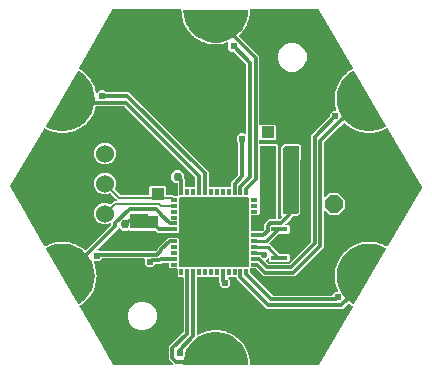
<source format=gbr>
G04 EAGLE Gerber RS-274X export*
G75*
%MOMM*%
%FSLAX34Y34*%
%LPD*%
%INBottom Copper*%
%IPPOS*%
%AMOC8*
5,1,8,0,0,1.08239X$1,22.5*%
G01*
%ADD10R,1.100000X1.000000*%
%ADD11C,1.000000*%
%ADD12R,1.399997X0.400000*%
%ADD13R,0.550000X0.297181*%
%ADD14R,0.297181X0.550000*%
%ADD15R,5.600000X5.600000*%
%ADD16P,1.649562X8X22.500000*%
%ADD17R,1.000000X1.100000*%
%ADD18R,1.300000X1.500000*%
%ADD19R,1.500000X1.300000*%
%ADD20C,1.524000*%
%ADD21C,0.304800*%
%ADD22C,0.750000*%
%ADD23C,0.604800*%
%ADD24C,0.254000*%
%ADD25C,0.554800*%
%ADD26C,0.203200*%

G36*
X-1549Y149142D02*
X-1549Y149142D01*
X-1445Y149145D01*
X-1426Y149152D01*
X-1407Y149153D01*
X-1312Y149194D01*
X-1295Y149200D01*
X3104Y149200D01*
X3111Y149195D01*
X3212Y149170D01*
X3310Y149139D01*
X3330Y149140D01*
X3350Y149135D01*
X3453Y149143D01*
X3556Y149145D01*
X3575Y149152D01*
X3595Y149154D01*
X3690Y149194D01*
X3705Y149200D01*
X8105Y149200D01*
X8112Y149195D01*
X8213Y149170D01*
X8311Y149139D01*
X8331Y149140D01*
X8351Y149135D01*
X8454Y149143D01*
X8557Y149145D01*
X8576Y149152D01*
X8596Y149154D01*
X8691Y149194D01*
X8706Y149200D01*
X12107Y149200D01*
X12126Y149203D01*
X12146Y149201D01*
X12247Y149223D01*
X12349Y149239D01*
X12367Y149249D01*
X12386Y149253D01*
X12475Y149306D01*
X12567Y149355D01*
X12580Y149369D01*
X12597Y149379D01*
X12665Y149458D01*
X12736Y149533D01*
X12744Y149551D01*
X12757Y149566D01*
X12796Y149662D01*
X12840Y149756D01*
X12842Y149776D01*
X12849Y149794D01*
X12868Y149961D01*
X12868Y153704D01*
X18953Y159790D01*
X19006Y159864D01*
X19066Y159933D01*
X19078Y159963D01*
X19097Y159990D01*
X19124Y160077D01*
X19158Y160161D01*
X19162Y160202D01*
X19169Y160225D01*
X19168Y160257D01*
X19176Y160328D01*
X19176Y186801D01*
X19162Y186891D01*
X19154Y186982D01*
X19142Y187011D01*
X19137Y187043D01*
X19094Y187124D01*
X19058Y187208D01*
X19032Y187240D01*
X19021Y187261D01*
X18998Y187283D01*
X18990Y187293D01*
X18982Y187306D01*
X18974Y187313D01*
X18953Y187339D01*
X17676Y188616D01*
X17676Y192384D01*
X20341Y195049D01*
X24109Y195049D01*
X24508Y194650D01*
X24566Y194608D01*
X24618Y194559D01*
X24636Y194550D01*
X24650Y194538D01*
X24680Y194526D01*
X24707Y194507D01*
X24776Y194486D01*
X24841Y194455D01*
X24862Y194453D01*
X24879Y194446D01*
X24917Y194442D01*
X24943Y194434D01*
X24979Y194435D01*
X25045Y194428D01*
X25046Y194428D01*
X25063Y194431D01*
X25085Y194428D01*
X25136Y194439D01*
X25188Y194441D01*
X25241Y194460D01*
X25289Y194468D01*
X25304Y194476D01*
X25326Y194480D01*
X25371Y194507D01*
X25419Y194525D01*
X25463Y194560D01*
X25506Y194583D01*
X25518Y194595D01*
X25537Y194607D01*
X25571Y194646D01*
X25611Y194679D01*
X25641Y194725D01*
X25676Y194761D01*
X25683Y194778D01*
X25697Y194794D01*
X25716Y194842D01*
X25744Y194886D01*
X25758Y194938D01*
X25779Y194984D01*
X25781Y195003D01*
X25789Y195022D01*
X25797Y195093D01*
X25805Y195124D01*
X25803Y195147D01*
X25807Y195188D01*
X25807Y253304D01*
X25793Y253394D01*
X25785Y253485D01*
X25773Y253515D01*
X25768Y253546D01*
X25725Y253627D01*
X25689Y253711D01*
X25663Y253743D01*
X25652Y253764D01*
X25629Y253786D01*
X25584Y253842D01*
X15572Y263854D01*
X15498Y263907D01*
X15429Y263967D01*
X15398Y263979D01*
X15372Y263998D01*
X15285Y264025D01*
X15200Y264059D01*
X15159Y264063D01*
X15137Y264070D01*
X15105Y264069D01*
X15034Y264077D01*
X13228Y264077D01*
X10563Y266742D01*
X10563Y270510D01*
X10617Y270564D01*
X10686Y270660D01*
X10757Y270756D01*
X10758Y270761D01*
X10761Y270764D01*
X10796Y270877D01*
X10832Y270990D01*
X10832Y270995D01*
X10833Y270999D01*
X10830Y271116D01*
X10828Y271236D01*
X10827Y271241D01*
X10827Y271245D01*
X10786Y271357D01*
X10747Y271468D01*
X10744Y271472D01*
X10742Y271476D01*
X10668Y271569D01*
X10595Y271662D01*
X10591Y271665D01*
X10589Y271668D01*
X10488Y271733D01*
X10390Y271798D01*
X10386Y271799D01*
X10382Y271801D01*
X10266Y271830D01*
X10152Y271860D01*
X10148Y271860D01*
X10143Y271861D01*
X10114Y271859D01*
X10061Y271877D01*
X10027Y271883D01*
X9995Y271897D01*
X9906Y271905D01*
X9819Y271920D01*
X9784Y271915D01*
X9750Y271918D01*
X9585Y271886D01*
X7481Y271237D01*
X7450Y271222D01*
X7416Y271214D01*
X7340Y271168D01*
X7261Y271128D01*
X7236Y271103D01*
X7207Y271085D01*
X7153Y271027D01*
X6516Y270931D01*
X6485Y270921D01*
X6405Y270906D01*
X5793Y270717D01*
X5724Y270733D01*
X5639Y270762D01*
X5605Y270762D01*
X5571Y270770D01*
X5403Y270763D01*
X3226Y270435D01*
X3193Y270424D01*
X3158Y270422D01*
X3077Y270387D01*
X2992Y270360D01*
X2964Y270339D01*
X2932Y270325D01*
X2870Y270276D01*
X2227Y270276D01*
X2194Y270270D01*
X2113Y270267D01*
X1480Y270172D01*
X1413Y270199D01*
X1334Y270239D01*
X1300Y270244D01*
X1268Y270257D01*
X1101Y270276D01*
X-1101Y270276D01*
X-1135Y270270D01*
X-1170Y270273D01*
X-1256Y270250D01*
X-1344Y270236D01*
X-1374Y270220D01*
X-1408Y270211D01*
X-1477Y270171D01*
X-2113Y270267D01*
X-2146Y270267D01*
X-2227Y270276D01*
X-2867Y270276D01*
X-2929Y270312D01*
X-3001Y270364D01*
X-3034Y270374D01*
X-3064Y270392D01*
X-3226Y270435D01*
X-5403Y270763D01*
X-5438Y270763D01*
X-5472Y270770D01*
X-5560Y270761D01*
X-5649Y270760D01*
X-5682Y270749D01*
X-5717Y270745D01*
X-5790Y270716D01*
X-6405Y270906D01*
X-6438Y270910D01*
X-6516Y270931D01*
X-7150Y271026D01*
X-7205Y271072D01*
X-7269Y271134D01*
X-7300Y271149D01*
X-7327Y271171D01*
X-7481Y271237D01*
X-9585Y271886D01*
X-9619Y271891D01*
X-9652Y271904D01*
X-9741Y271908D01*
X-9829Y271920D01*
X-9863Y271914D01*
X-9897Y271915D01*
X-9975Y271897D01*
X-10555Y272177D01*
X-10586Y272186D01*
X-10661Y272218D01*
X-11272Y272407D01*
X-11321Y272460D01*
X-11374Y272531D01*
X-11403Y272550D01*
X-11426Y272576D01*
X-11569Y272665D01*
X-13553Y273620D01*
X-13586Y273630D01*
X-13616Y273647D01*
X-13703Y273665D01*
X-13788Y273690D01*
X-13823Y273689D01*
X-13857Y273695D01*
X-13936Y273689D01*
X-14468Y274052D01*
X-14498Y274066D01*
X-14567Y274109D01*
X-15144Y274387D01*
X-15183Y274446D01*
X-15226Y274524D01*
X-15251Y274548D01*
X-15271Y274577D01*
X-15398Y274686D01*
X-17217Y275926D01*
X-17249Y275941D01*
X-17276Y275962D01*
X-17360Y275993D01*
X-17440Y276030D01*
X-17475Y276034D01*
X-17507Y276046D01*
X-17587Y276052D01*
X-18058Y276489D01*
X-18086Y276508D01*
X-18147Y276560D01*
X-18676Y276921D01*
X-18707Y276986D01*
X-18737Y277069D01*
X-18759Y277097D01*
X-18774Y277128D01*
X-18883Y277255D01*
X-20498Y278753D01*
X-20526Y278772D01*
X-20550Y278797D01*
X-20628Y278839D01*
X-20703Y278889D01*
X-20736Y278897D01*
X-20766Y278914D01*
X-20844Y278931D01*
X-21245Y279435D01*
X-21270Y279457D01*
X-21323Y279518D01*
X-21792Y279954D01*
X-21813Y280022D01*
X-21830Y280110D01*
X-21848Y280140D01*
X-21858Y280173D01*
X-21947Y280315D01*
X-23320Y282036D01*
X-23346Y282059D01*
X-23365Y282088D01*
X-23436Y282142D01*
X-23502Y282201D01*
X-23534Y282215D01*
X-23562Y282236D01*
X-23636Y282265D01*
X-23958Y282822D01*
X-23978Y282848D01*
X-24022Y282916D01*
X-24421Y283417D01*
X-24431Y283488D01*
X-24435Y283577D01*
X-24448Y283609D01*
X-24453Y283643D01*
X-24520Y283797D01*
X-25621Y285704D01*
X-25643Y285731D01*
X-25658Y285762D01*
X-25721Y285826D01*
X-25777Y285894D01*
X-25806Y285913D01*
X-25831Y285937D01*
X-25900Y285977D01*
X-26135Y286576D01*
X-26151Y286604D01*
X-26184Y286679D01*
X-26504Y287233D01*
X-26504Y287305D01*
X-26495Y287393D01*
X-26502Y287427D01*
X-26502Y287462D01*
X-26546Y287624D01*
X-27350Y289674D01*
X-27368Y289703D01*
X-27378Y289736D01*
X-27430Y289808D01*
X-27476Y289885D01*
X-27502Y289908D01*
X-27523Y289936D01*
X-27585Y289985D01*
X-27728Y290613D01*
X-27740Y290643D01*
X-27762Y290721D01*
X-27995Y291317D01*
X-27984Y291388D01*
X-27962Y291474D01*
X-27965Y291509D01*
X-27959Y291543D01*
X-27978Y291710D01*
X-28468Y293857D01*
X-28481Y293889D01*
X-28487Y293923D01*
X-28528Y294002D01*
X-28561Y294084D01*
X-28584Y294111D01*
X-28600Y294141D01*
X-28654Y294199D01*
X-28702Y294841D01*
X-28710Y294873D01*
X-28719Y294954D01*
X-28861Y295578D01*
X-28840Y295647D01*
X-28805Y295729D01*
X-28803Y295763D01*
X-28792Y295796D01*
X-28786Y295964D01*
X-28942Y298043D01*
X-28957Y298104D01*
X-28962Y298167D01*
X-28985Y298223D01*
X-29000Y298282D01*
X-29025Y298322D01*
X-29025Y299121D01*
X-29028Y299142D01*
X-29027Y299178D01*
X-29045Y299416D01*
X-29072Y299527D01*
X-29096Y299639D01*
X-29100Y299647D01*
X-29103Y299655D01*
X-29163Y299752D01*
X-29222Y299850D01*
X-29229Y299856D01*
X-29234Y299864D01*
X-29322Y299936D01*
X-29409Y300010D01*
X-29417Y300014D01*
X-29424Y300019D01*
X-29530Y300059D01*
X-29637Y300102D01*
X-29648Y300103D01*
X-29654Y300106D01*
X-29677Y300107D01*
X-29804Y300121D01*
X-86877Y300121D01*
X-86944Y300110D01*
X-87012Y300109D01*
X-87065Y300090D01*
X-87120Y300081D01*
X-87180Y300049D01*
X-87243Y300027D01*
X-87288Y299992D01*
X-87337Y299966D01*
X-87384Y299917D01*
X-87437Y299875D01*
X-87484Y299811D01*
X-87507Y299787D01*
X-87516Y299768D01*
X-87537Y299740D01*
X-115911Y250595D01*
X-115952Y250488D01*
X-115995Y250381D01*
X-115995Y250373D01*
X-115998Y250364D01*
X-116002Y250250D01*
X-116009Y250136D01*
X-116007Y250127D01*
X-116007Y250119D01*
X-115975Y250008D01*
X-115945Y249898D01*
X-115940Y249891D01*
X-115937Y249883D01*
X-115872Y249789D01*
X-115808Y249694D01*
X-115800Y249687D01*
X-115796Y249682D01*
X-115778Y249668D01*
X-115681Y249585D01*
X-115346Y249357D01*
X-115336Y249352D01*
X-115332Y249348D01*
X-115322Y249345D01*
X-115298Y249327D01*
X-114615Y248933D01*
X-114611Y248924D01*
X-114568Y248878D01*
X-114533Y248825D01*
X-114466Y248768D01*
X-114444Y248744D01*
X-114428Y248735D01*
X-114406Y248716D01*
X-112681Y247541D01*
X-112649Y247526D01*
X-112622Y247505D01*
X-112538Y247475D01*
X-112458Y247437D01*
X-112423Y247433D01*
X-112391Y247422D01*
X-112312Y247416D01*
X-111840Y246978D01*
X-111812Y246960D01*
X-111751Y246907D01*
X-111221Y246547D01*
X-111191Y246482D01*
X-111160Y246398D01*
X-111139Y246371D01*
X-111124Y246340D01*
X-111014Y246213D01*
X-109398Y244714D01*
X-109369Y244695D01*
X-109345Y244670D01*
X-109267Y244627D01*
X-109193Y244578D01*
X-109160Y244569D01*
X-109129Y244553D01*
X-109052Y244535D01*
X-108650Y244032D01*
X-108626Y244010D01*
X-108573Y243949D01*
X-108103Y243514D01*
X-108083Y243445D01*
X-108065Y243358D01*
X-108048Y243328D01*
X-108038Y243294D01*
X-107948Y243153D01*
X-106573Y241430D01*
X-106548Y241406D01*
X-106528Y241378D01*
X-106457Y241324D01*
X-106391Y241265D01*
X-106359Y241251D01*
X-106331Y241230D01*
X-106257Y241201D01*
X-105935Y240644D01*
X-105914Y240618D01*
X-105871Y240550D01*
X-105472Y240049D01*
X-105462Y239979D01*
X-105457Y239890D01*
X-105445Y239857D01*
X-105440Y239823D01*
X-105372Y239669D01*
X-104270Y237761D01*
X-104248Y237734D01*
X-104232Y237703D01*
X-104170Y237640D01*
X-104114Y237571D01*
X-104084Y237552D01*
X-104060Y237527D01*
X-103991Y237488D01*
X-103756Y236889D01*
X-103739Y236860D01*
X-103707Y236786D01*
X-103386Y236232D01*
X-103387Y236160D01*
X-103396Y236072D01*
X-103388Y236038D01*
X-103388Y236003D01*
X-103344Y235841D01*
X-102538Y233790D01*
X-102521Y233760D01*
X-102510Y233727D01*
X-102458Y233655D01*
X-102413Y233578D01*
X-102386Y233556D01*
X-102366Y233528D01*
X-102304Y233478D01*
X-102160Y232851D01*
X-102148Y232820D01*
X-102127Y232742D01*
X-101893Y232146D01*
X-101904Y232075D01*
X-101926Y231989D01*
X-101923Y231954D01*
X-101929Y231920D01*
X-101910Y231754D01*
X-101471Y229836D01*
X-101430Y229734D01*
X-101393Y229632D01*
X-101384Y229621D01*
X-101378Y229608D01*
X-101307Y229525D01*
X-101239Y229440D01*
X-101227Y229432D01*
X-101218Y229422D01*
X-101124Y229366D01*
X-101032Y229307D01*
X-101018Y229303D01*
X-101006Y229296D01*
X-100899Y229273D01*
X-100793Y229247D01*
X-100779Y229248D01*
X-100766Y229245D01*
X-100657Y229258D01*
X-100548Y229266D01*
X-100535Y229271D01*
X-100521Y229273D01*
X-100422Y229320D01*
X-100322Y229362D01*
X-100309Y229373D01*
X-100299Y229378D01*
X-100278Y229398D01*
X-100191Y229467D01*
X-98312Y231346D01*
X-94544Y231346D01*
X-93267Y230069D01*
X-93193Y230016D01*
X-93124Y229956D01*
X-93093Y229944D01*
X-93067Y229925D01*
X-92980Y229898D01*
X-92895Y229864D01*
X-92854Y229860D01*
X-92832Y229853D01*
X-92800Y229854D01*
X-92729Y229846D01*
X-73576Y229846D01*
X-6041Y162311D01*
X-6041Y149961D01*
X-6038Y149941D01*
X-6040Y149922D01*
X-6018Y149820D01*
X-6001Y149718D01*
X-5992Y149701D01*
X-5987Y149681D01*
X-5934Y149592D01*
X-5886Y149501D01*
X-5872Y149487D01*
X-5861Y149470D01*
X-5783Y149403D01*
X-5708Y149331D01*
X-5690Y149323D01*
X-5674Y149310D01*
X-5578Y149271D01*
X-5485Y149228D01*
X-5465Y149226D01*
X-5446Y149218D01*
X-5280Y149200D01*
X-1899Y149200D01*
X-1890Y149194D01*
X-1790Y149169D01*
X-1691Y149139D01*
X-1671Y149139D01*
X-1652Y149134D01*
X-1549Y149142D01*
G37*
G36*
X-110312Y95900D02*
X-110312Y95900D01*
X-110194Y95907D01*
X-110189Y95909D01*
X-110183Y95910D01*
X-110076Y95955D01*
X-109966Y96000D01*
X-109962Y96004D01*
X-109957Y96006D01*
X-109826Y96111D01*
X-88432Y117504D01*
X-88379Y117578D01*
X-88320Y117648D01*
X-88307Y117678D01*
X-88289Y117704D01*
X-88262Y117791D01*
X-88228Y117876D01*
X-88223Y117917D01*
X-88216Y117939D01*
X-88217Y117971D01*
X-88209Y118043D01*
X-88209Y118221D01*
X-88217Y118267D01*
X-88215Y118313D01*
X-88236Y118387D01*
X-88249Y118464D01*
X-88270Y118505D01*
X-88283Y118549D01*
X-88328Y118613D01*
X-88364Y118681D01*
X-88397Y118713D01*
X-88424Y118751D01*
X-88486Y118797D01*
X-88542Y118851D01*
X-88584Y118870D01*
X-88621Y118898D01*
X-88695Y118922D01*
X-88765Y118954D01*
X-88811Y118960D01*
X-88855Y118974D01*
X-88933Y118973D01*
X-89010Y118982D01*
X-89055Y118972D01*
X-89101Y118971D01*
X-89232Y118933D01*
X-89250Y118929D01*
X-89255Y118927D01*
X-89262Y118925D01*
X-91844Y117855D01*
X-95481Y117855D01*
X-98843Y119247D01*
X-101415Y121820D01*
X-102807Y125181D01*
X-102807Y128819D01*
X-101415Y132180D01*
X-98843Y134753D01*
X-95481Y136145D01*
X-91844Y136145D01*
X-89674Y135246D01*
X-89561Y135219D01*
X-89447Y135191D01*
X-89441Y135191D01*
X-89435Y135190D01*
X-89318Y135201D01*
X-89202Y135210D01*
X-89196Y135212D01*
X-89190Y135213D01*
X-89083Y135261D01*
X-88975Y135306D01*
X-88970Y135311D01*
X-88965Y135313D01*
X-88951Y135326D01*
X-88844Y135411D01*
X-86496Y137759D01*
X-84453Y137759D01*
X-84382Y137771D01*
X-84310Y137773D01*
X-84261Y137791D01*
X-84210Y137799D01*
X-84147Y137832D01*
X-84079Y137857D01*
X-84039Y137890D01*
X-83993Y137914D01*
X-83943Y137966D01*
X-83887Y138011D01*
X-83859Y138055D01*
X-83823Y138092D01*
X-83793Y138157D01*
X-83754Y138218D01*
X-83741Y138268D01*
X-83720Y138315D01*
X-83712Y138387D01*
X-83694Y138456D01*
X-83698Y138508D01*
X-83692Y138560D01*
X-83708Y138630D01*
X-83713Y138702D01*
X-83734Y138749D01*
X-83745Y138800D01*
X-83782Y138862D01*
X-83810Y138928D01*
X-83854Y138984D01*
X-83871Y139011D01*
X-83889Y139027D01*
X-83914Y139059D01*
X-84246Y139390D01*
X-88844Y143989D01*
X-88938Y144056D01*
X-88948Y144064D01*
X-88961Y144075D01*
X-88966Y144077D01*
X-89033Y144127D01*
X-89039Y144129D01*
X-89044Y144132D01*
X-89155Y144167D01*
X-89267Y144203D01*
X-89273Y144203D01*
X-89279Y144205D01*
X-89396Y144202D01*
X-89513Y144201D01*
X-89520Y144199D01*
X-89525Y144198D01*
X-89543Y144192D01*
X-89674Y144154D01*
X-91844Y143255D01*
X-95481Y143255D01*
X-98843Y144647D01*
X-101415Y147220D01*
X-102807Y150581D01*
X-102807Y154219D01*
X-101415Y157580D01*
X-98843Y160153D01*
X-95481Y161545D01*
X-91844Y161545D01*
X-88482Y160153D01*
X-85910Y157580D01*
X-84518Y154219D01*
X-84518Y150581D01*
X-85416Y148412D01*
X-85443Y148298D01*
X-85472Y148184D01*
X-85471Y148178D01*
X-85473Y148172D01*
X-85462Y148056D01*
X-85452Y147939D01*
X-85450Y147934D01*
X-85449Y147927D01*
X-85402Y147820D01*
X-85356Y147713D01*
X-85352Y147707D01*
X-85349Y147703D01*
X-85337Y147689D01*
X-85251Y147582D01*
X-80653Y142983D01*
X-80579Y142930D01*
X-80509Y142871D01*
X-80479Y142858D01*
X-80453Y142840D01*
X-80366Y142813D01*
X-80281Y142779D01*
X-80240Y142774D01*
X-80218Y142767D01*
X-80186Y142768D01*
X-80114Y142760D01*
X-56998Y142760D01*
X-56979Y142763D01*
X-56959Y142761D01*
X-56858Y142783D01*
X-56756Y142800D01*
X-56738Y142809D01*
X-56719Y142814D01*
X-56630Y142867D01*
X-56538Y142915D01*
X-56525Y142929D01*
X-56508Y142940D01*
X-56440Y143018D01*
X-56369Y143093D01*
X-56361Y143111D01*
X-56348Y143127D01*
X-56309Y143223D01*
X-56265Y143316D01*
X-56263Y143336D01*
X-56256Y143355D01*
X-56237Y143521D01*
X-56237Y149532D01*
X-55344Y150425D01*
X-43081Y150425D01*
X-42188Y149532D01*
X-42188Y143521D01*
X-42185Y143502D01*
X-42187Y143482D01*
X-42165Y143381D01*
X-42148Y143279D01*
X-42139Y143261D01*
X-42134Y143242D01*
X-42081Y143153D01*
X-42033Y143061D01*
X-42019Y143048D01*
X-42008Y143031D01*
X-41930Y142963D01*
X-41855Y142892D01*
X-41837Y142884D01*
X-41821Y142871D01*
X-41725Y142832D01*
X-41632Y142788D01*
X-41612Y142786D01*
X-41593Y142779D01*
X-41427Y142760D01*
X-35923Y142760D01*
X-35028Y141866D01*
X-34954Y141812D01*
X-34885Y141753D01*
X-34854Y141741D01*
X-34828Y141722D01*
X-34741Y141695D01*
X-34656Y141661D01*
X-34615Y141657D01*
X-34593Y141650D01*
X-34561Y141651D01*
X-34490Y141643D01*
X-32866Y141643D01*
X-32847Y141646D01*
X-32827Y141644D01*
X-32726Y141666D01*
X-32624Y141682D01*
X-32606Y141692D01*
X-32587Y141696D01*
X-32498Y141749D01*
X-32406Y141797D01*
X-32393Y141812D01*
X-32375Y141822D01*
X-32308Y141901D01*
X-32237Y141976D01*
X-32229Y141994D01*
X-32216Y142009D01*
X-32177Y142105D01*
X-32133Y142199D01*
X-32131Y142219D01*
X-32124Y142237D01*
X-32105Y142404D01*
X-32105Y143309D01*
X-32120Y143399D01*
X-32127Y143490D01*
X-32140Y143520D01*
X-32143Y143541D01*
X-32143Y152206D01*
X-32146Y152225D01*
X-32144Y152245D01*
X-32166Y152346D01*
X-32183Y152448D01*
X-32192Y152466D01*
X-32197Y152485D01*
X-32250Y152574D01*
X-32298Y152666D01*
X-32312Y152679D01*
X-32323Y152697D01*
X-32401Y152764D01*
X-32476Y152835D01*
X-32494Y152843D01*
X-32510Y152856D01*
X-32606Y152895D01*
X-32699Y152939D01*
X-32719Y152941D01*
X-32738Y152948D01*
X-32904Y152967D01*
X-34443Y152967D01*
X-37533Y156057D01*
X-37533Y160426D01*
X-34443Y163516D01*
X-30074Y163516D01*
X-26984Y160426D01*
X-26984Y157594D01*
X-26969Y157504D01*
X-26962Y157413D01*
X-26949Y157383D01*
X-26944Y157351D01*
X-26901Y157270D01*
X-26866Y157186D01*
X-26840Y157154D01*
X-26829Y157134D01*
X-26806Y157111D01*
X-26761Y157055D01*
X-26046Y156340D01*
X-26046Y149961D01*
X-26043Y149941D01*
X-26045Y149922D01*
X-26023Y149820D01*
X-26006Y149718D01*
X-25997Y149701D01*
X-25992Y149681D01*
X-25939Y149592D01*
X-25891Y149501D01*
X-25877Y149487D01*
X-25866Y149470D01*
X-25788Y149403D01*
X-25713Y149331D01*
X-25695Y149323D01*
X-25679Y149310D01*
X-25583Y149271D01*
X-25490Y149228D01*
X-25470Y149226D01*
X-25451Y149218D01*
X-25285Y149200D01*
X-21904Y149200D01*
X-21895Y149194D01*
X-21795Y149169D01*
X-21696Y149139D01*
X-21676Y149139D01*
X-21657Y149134D01*
X-21554Y149142D01*
X-21450Y149145D01*
X-21431Y149152D01*
X-21412Y149153D01*
X-21317Y149194D01*
X-21300Y149200D01*
X-17900Y149200D01*
X-17881Y149203D01*
X-17861Y149201D01*
X-17760Y149223D01*
X-17658Y149239D01*
X-17640Y149249D01*
X-17621Y149253D01*
X-17532Y149306D01*
X-17440Y149355D01*
X-17427Y149369D01*
X-17410Y149379D01*
X-17342Y149458D01*
X-17271Y149533D01*
X-17263Y149551D01*
X-17250Y149566D01*
X-17211Y149662D01*
X-17167Y149756D01*
X-17165Y149776D01*
X-17158Y149794D01*
X-17139Y149961D01*
X-17139Y157634D01*
X-17154Y157724D01*
X-17161Y157815D01*
X-17174Y157845D01*
X-17179Y157877D01*
X-17222Y157958D01*
X-17257Y158042D01*
X-17283Y158074D01*
X-17294Y158094D01*
X-17317Y158117D01*
X-17362Y158173D01*
X-76643Y217453D01*
X-76717Y217506D01*
X-76786Y217566D01*
X-76816Y217578D01*
X-76843Y217597D01*
X-76930Y217624D01*
X-77014Y217658D01*
X-77055Y217662D01*
X-77078Y217669D01*
X-77110Y217668D01*
X-77181Y217676D01*
X-101078Y217676D01*
X-101136Y217667D01*
X-101194Y217667D01*
X-101256Y217647D01*
X-101321Y217637D01*
X-101372Y217609D01*
X-101428Y217591D01*
X-101480Y217552D01*
X-101538Y217521D01*
X-101578Y217479D01*
X-101625Y217445D01*
X-101663Y217391D01*
X-101708Y217343D01*
X-101732Y217290D01*
X-101765Y217243D01*
X-101798Y217149D01*
X-101811Y217120D01*
X-101813Y217106D01*
X-101821Y217084D01*
X-101905Y216714D01*
X-101907Y216680D01*
X-101917Y216647D01*
X-101915Y216558D01*
X-101920Y216469D01*
X-101911Y216435D01*
X-101910Y216401D01*
X-101886Y216325D01*
X-102121Y215726D01*
X-102128Y215693D01*
X-102155Y215617D01*
X-102297Y214993D01*
X-102346Y214941D01*
X-102413Y214882D01*
X-102430Y214852D01*
X-102454Y214826D01*
X-102532Y214678D01*
X-103337Y212626D01*
X-103344Y212592D01*
X-103359Y212561D01*
X-103370Y212472D01*
X-103389Y212385D01*
X-103385Y212351D01*
X-103389Y212317D01*
X-103377Y212238D01*
X-103698Y211680D01*
X-103710Y211650D01*
X-103748Y211578D01*
X-103982Y210982D01*
X-104038Y210938D01*
X-104113Y210889D01*
X-104134Y210862D01*
X-104162Y210841D01*
X-104261Y210706D01*
X-105362Y208796D01*
X-105375Y208764D01*
X-105394Y208735D01*
X-105418Y208649D01*
X-105449Y208566D01*
X-105451Y208532D01*
X-105460Y208498D01*
X-105460Y208419D01*
X-105861Y207915D01*
X-105877Y207887D01*
X-105925Y207821D01*
X-106245Y207267D01*
X-106307Y207231D01*
X-106388Y207195D01*
X-106414Y207171D01*
X-106444Y207154D01*
X-106562Y207035D01*
X-107936Y205311D01*
X-107953Y205281D01*
X-107976Y205256D01*
X-108013Y205174D01*
X-108056Y205097D01*
X-108063Y205063D01*
X-108077Y205031D01*
X-108088Y204953D01*
X-108560Y204515D01*
X-108580Y204489D01*
X-108637Y204431D01*
X-109037Y203930D01*
X-109104Y203905D01*
X-109189Y203881D01*
X-109218Y203861D01*
X-109250Y203849D01*
X-109385Y203749D01*
X-111000Y202249D01*
X-111022Y202222D01*
X-111049Y202200D01*
X-111096Y202125D01*
X-111151Y202055D01*
X-111163Y202022D01*
X-111181Y201993D01*
X-111204Y201917D01*
X-111736Y201554D01*
X-111760Y201532D01*
X-111825Y201483D01*
X-112294Y201048D01*
X-112364Y201032D01*
X-112453Y201021D01*
X-112484Y201006D01*
X-112518Y200999D01*
X-112666Y200920D01*
X-114487Y199678D01*
X-114512Y199654D01*
X-114542Y199636D01*
X-114600Y199570D01*
X-114665Y199508D01*
X-114681Y199478D01*
X-114704Y199451D01*
X-114738Y199380D01*
X-115318Y199100D01*
X-115345Y199082D01*
X-115416Y199043D01*
X-115945Y198683D01*
X-116017Y198678D01*
X-116106Y198680D01*
X-116139Y198670D01*
X-116174Y198667D01*
X-116332Y198612D01*
X-118317Y197655D01*
X-118346Y197635D01*
X-118378Y197622D01*
X-118446Y197565D01*
X-118519Y197514D01*
X-118539Y197486D01*
X-118566Y197463D01*
X-118610Y197398D01*
X-119225Y197208D01*
X-119255Y197193D01*
X-119331Y197166D01*
X-119908Y196888D01*
X-119980Y196894D01*
X-120067Y196909D01*
X-120101Y196904D01*
X-120136Y196907D01*
X-120301Y196876D01*
X-122407Y196225D01*
X-122438Y196210D01*
X-122472Y196202D01*
X-122548Y196155D01*
X-122627Y196116D01*
X-122651Y196091D01*
X-122681Y196073D01*
X-122735Y196015D01*
X-123371Y195918D01*
X-123403Y195908D01*
X-123482Y195893D01*
X-124094Y195704D01*
X-124164Y195721D01*
X-124248Y195749D01*
X-124283Y195749D01*
X-124317Y195757D01*
X-124484Y195750D01*
X-126664Y195421D01*
X-126697Y195410D01*
X-126731Y195408D01*
X-126813Y195373D01*
X-126898Y195346D01*
X-126926Y195325D01*
X-126958Y195311D01*
X-127019Y195262D01*
X-127663Y195262D01*
X-127696Y195256D01*
X-127777Y195253D01*
X-128410Y195157D01*
X-128476Y195184D01*
X-128555Y195225D01*
X-128590Y195230D01*
X-128622Y195243D01*
X-128789Y195261D01*
X-130993Y195260D01*
X-131027Y195255D01*
X-131062Y195257D01*
X-131148Y195235D01*
X-131235Y195221D01*
X-131266Y195204D01*
X-131300Y195196D01*
X-131368Y195156D01*
X-132005Y195252D01*
X-132038Y195251D01*
X-132118Y195260D01*
X-132759Y195260D01*
X-132821Y195296D01*
X-132893Y195348D01*
X-132926Y195358D01*
X-132956Y195376D01*
X-133118Y195419D01*
X-135298Y195747D01*
X-135332Y195746D01*
X-135366Y195754D01*
X-135454Y195745D01*
X-135543Y195744D01*
X-135576Y195732D01*
X-135611Y195729D01*
X-135685Y195699D01*
X-136300Y195889D01*
X-136332Y195893D01*
X-136411Y195914D01*
X-137044Y196009D01*
X-137100Y196055D01*
X-137163Y196117D01*
X-137194Y196132D01*
X-137221Y196154D01*
X-137375Y196220D01*
X-139482Y196869D01*
X-139516Y196874D01*
X-139548Y196887D01*
X-139637Y196891D01*
X-139725Y196903D01*
X-139759Y196896D01*
X-139794Y196898D01*
X-139871Y196880D01*
X-140451Y197159D01*
X-140483Y197169D01*
X-140557Y197201D01*
X-141169Y197389D01*
X-141218Y197442D01*
X-141271Y197513D01*
X-141300Y197533D01*
X-141323Y197558D01*
X-141466Y197647D01*
X-143346Y198552D01*
X-143407Y198570D01*
X-143464Y198597D01*
X-143524Y198605D01*
X-143582Y198622D01*
X-143630Y198620D01*
X-144322Y199019D01*
X-144341Y199027D01*
X-144372Y199046D01*
X-144754Y199230D01*
X-144863Y199262D01*
X-144973Y199297D01*
X-144982Y199297D01*
X-144990Y199299D01*
X-145104Y199295D01*
X-145219Y199293D01*
X-145227Y199290D01*
X-145236Y199290D01*
X-145343Y199249D01*
X-145451Y199211D01*
X-145458Y199206D01*
X-145466Y199202D01*
X-145554Y199130D01*
X-145644Y199060D01*
X-145651Y199051D01*
X-145656Y199046D01*
X-145668Y199027D01*
X-145744Y198924D01*
X-173811Y150312D01*
X-173834Y150249D01*
X-173867Y150190D01*
X-173878Y150135D01*
X-173897Y150082D01*
X-173900Y150014D01*
X-173912Y149948D01*
X-173904Y149893D01*
X-173907Y149836D01*
X-173887Y149771D01*
X-173878Y149705D01*
X-173846Y149632D01*
X-173837Y149600D01*
X-173825Y149583D01*
X-173811Y149551D01*
X-173686Y149335D01*
X-173688Y149331D01*
X-173688Y149307D01*
X-173696Y149285D01*
X-173690Y149209D01*
X-173691Y149132D01*
X-173681Y149108D01*
X-173680Y149087D01*
X-173659Y149048D01*
X-173640Y148996D01*
X-173639Y148990D01*
X-173637Y148988D01*
X-173633Y148976D01*
X-164133Y132476D01*
X-164114Y132454D01*
X-164101Y132428D01*
X-164048Y132380D01*
X-164001Y132327D01*
X-163975Y132314D01*
X-163954Y132295D01*
X-163886Y132272D01*
X-163822Y132241D01*
X-163816Y132241D01*
X-145116Y99851D01*
X-145103Y99836D01*
X-145095Y99818D01*
X-145026Y99741D01*
X-144960Y99661D01*
X-144943Y99650D01*
X-144930Y99636D01*
X-144839Y99585D01*
X-144752Y99530D01*
X-144732Y99525D01*
X-144715Y99516D01*
X-144613Y99497D01*
X-144513Y99473D01*
X-144493Y99474D01*
X-144473Y99471D01*
X-144371Y99485D01*
X-144268Y99494D01*
X-144249Y99502D01*
X-144230Y99505D01*
X-144076Y99572D01*
X-143639Y99825D01*
X-143629Y99824D01*
X-143568Y99838D01*
X-143505Y99842D01*
X-143421Y99871D01*
X-143389Y99879D01*
X-143374Y99888D01*
X-143346Y99898D01*
X-141466Y100803D01*
X-141437Y100823D01*
X-141405Y100835D01*
X-141337Y100893D01*
X-141264Y100944D01*
X-141244Y100972D01*
X-141217Y100994D01*
X-141172Y101060D01*
X-140557Y101249D01*
X-140528Y101264D01*
X-140451Y101291D01*
X-139874Y101568D01*
X-139803Y101562D01*
X-139715Y101547D01*
X-139681Y101552D01*
X-139647Y101549D01*
X-139482Y101581D01*
X-137375Y102230D01*
X-137344Y102245D01*
X-137310Y102253D01*
X-137235Y102299D01*
X-137155Y102339D01*
X-137130Y102364D01*
X-137101Y102382D01*
X-137047Y102440D01*
X-136411Y102536D01*
X-136379Y102546D01*
X-136300Y102561D01*
X-135688Y102750D01*
X-135618Y102733D01*
X-135534Y102705D01*
X-135499Y102705D01*
X-135465Y102697D01*
X-135298Y102703D01*
X-133118Y103031D01*
X-133085Y103042D01*
X-133050Y103044D01*
X-132968Y103079D01*
X-132884Y103106D01*
X-132856Y103127D01*
X-132824Y103141D01*
X-132762Y103190D01*
X-132118Y103190D01*
X-132086Y103195D01*
X-132005Y103198D01*
X-131372Y103294D01*
X-131305Y103267D01*
X-131226Y103226D01*
X-131192Y103221D01*
X-131159Y103208D01*
X-130993Y103190D01*
X-128789Y103189D01*
X-128754Y103194D01*
X-128720Y103192D01*
X-128634Y103214D01*
X-128546Y103228D01*
X-128515Y103245D01*
X-128482Y103253D01*
X-128413Y103293D01*
X-127777Y103197D01*
X-127744Y103197D01*
X-127663Y103188D01*
X-127023Y103188D01*
X-126961Y103152D01*
X-126889Y103100D01*
X-126856Y103090D01*
X-126826Y103072D01*
X-126664Y103029D01*
X-124484Y102700D01*
X-124449Y102700D01*
X-124416Y102692D01*
X-124327Y102702D01*
X-124238Y102703D01*
X-124206Y102714D01*
X-124171Y102718D01*
X-124097Y102747D01*
X-123482Y102557D01*
X-123450Y102552D01*
X-123371Y102532D01*
X-122738Y102436D01*
X-122683Y102391D01*
X-122619Y102329D01*
X-122588Y102314D01*
X-122561Y102292D01*
X-122407Y102225D01*
X-120301Y101574D01*
X-120266Y101570D01*
X-120234Y101557D01*
X-120145Y101553D01*
X-120057Y101541D01*
X-120023Y101547D01*
X-119988Y101546D01*
X-119911Y101563D01*
X-119331Y101284D01*
X-119300Y101275D01*
X-119225Y101242D01*
X-118613Y101053D01*
X-118565Y101000D01*
X-118511Y100929D01*
X-118483Y100910D01*
X-118459Y100884D01*
X-118317Y100795D01*
X-116332Y99838D01*
X-116299Y99828D01*
X-116268Y99811D01*
X-116181Y99794D01*
X-116096Y99769D01*
X-116061Y99770D01*
X-116027Y99763D01*
X-115948Y99769D01*
X-115416Y99407D01*
X-115393Y99396D01*
X-115377Y99382D01*
X-115356Y99374D01*
X-115318Y99350D01*
X-114741Y99072D01*
X-114701Y99012D01*
X-114659Y98934D01*
X-114633Y98910D01*
X-114614Y98881D01*
X-114487Y98772D01*
X-112666Y97530D01*
X-112634Y97515D01*
X-112607Y97494D01*
X-112524Y97464D01*
X-112443Y97426D01*
X-112408Y97422D01*
X-112376Y97410D01*
X-112297Y97405D01*
X-111825Y96967D01*
X-111798Y96948D01*
X-111736Y96896D01*
X-111207Y96535D01*
X-111177Y96470D01*
X-111146Y96386D01*
X-111125Y96359D01*
X-111110Y96328D01*
X-111000Y96201D01*
X-110882Y96091D01*
X-110877Y96088D01*
X-110874Y96084D01*
X-110775Y96020D01*
X-110677Y95955D01*
X-110672Y95954D01*
X-110667Y95951D01*
X-110553Y95922D01*
X-110440Y95892D01*
X-110434Y95892D01*
X-110428Y95890D01*
X-110312Y95900D01*
G37*
G36*
X62337Y84441D02*
X62337Y84441D01*
X62428Y84448D01*
X62458Y84460D01*
X62490Y84466D01*
X62570Y84508D01*
X62654Y84544D01*
X62686Y84570D01*
X62707Y84581D01*
X62729Y84604D01*
X62785Y84649D01*
X80866Y102729D01*
X80919Y102803D01*
X80978Y102873D01*
X80991Y102903D01*
X81009Y102929D01*
X81036Y103016D01*
X81070Y103101D01*
X81075Y103142D01*
X81082Y103164D01*
X81081Y103196D01*
X81089Y103268D01*
X81089Y193511D01*
X96564Y208986D01*
X96618Y209060D01*
X96677Y209130D01*
X96689Y209160D01*
X96708Y209186D01*
X96735Y209273D01*
X96769Y209358D01*
X96773Y209399D01*
X96780Y209421D01*
X96780Y209453D01*
X96787Y209525D01*
X96787Y211331D01*
X99452Y213995D01*
X101570Y213995D01*
X101674Y214012D01*
X101778Y214024D01*
X101795Y214032D01*
X101813Y214035D01*
X101906Y214084D01*
X102000Y214128D01*
X102014Y214141D01*
X102030Y214150D01*
X102102Y214226D01*
X102178Y214298D01*
X102187Y214315D01*
X102200Y214328D01*
X102244Y214424D01*
X102293Y214516D01*
X102296Y214535D01*
X102303Y214552D01*
X102315Y214656D01*
X102332Y214759D01*
X102329Y214782D01*
X102331Y214796D01*
X102324Y214827D01*
X102313Y214926D01*
X102155Y215617D01*
X102142Y215648D01*
X102121Y215726D01*
X101888Y216322D01*
X101899Y216393D01*
X101921Y216479D01*
X101918Y216513D01*
X101924Y216548D01*
X101905Y216714D01*
X101415Y218863D01*
X101402Y218895D01*
X101397Y218930D01*
X101356Y219009D01*
X101322Y219091D01*
X101300Y219118D01*
X101284Y219148D01*
X101230Y219206D01*
X101182Y219848D01*
X101174Y219880D01*
X101165Y219961D01*
X101023Y220585D01*
X101044Y220653D01*
X101079Y220735D01*
X101082Y220770D01*
X101092Y220803D01*
X101098Y220971D01*
X100934Y223169D01*
X100926Y223202D01*
X100926Y223237D01*
X100897Y223322D01*
X100876Y223408D01*
X100858Y223437D01*
X100847Y223470D01*
X100802Y223536D01*
X100850Y224177D01*
X100847Y224210D01*
X100850Y224291D01*
X100803Y224930D01*
X100834Y224994D01*
X100881Y225070D01*
X100889Y225104D01*
X100904Y225135D01*
X100935Y225300D01*
X101100Y227498D01*
X101097Y227532D01*
X101102Y227567D01*
X101087Y227654D01*
X101079Y227743D01*
X101065Y227775D01*
X101059Y227809D01*
X101024Y227880D01*
X101168Y228508D01*
X101170Y228541D01*
X101185Y228620D01*
X101233Y229259D01*
X101274Y229317D01*
X101331Y229386D01*
X101344Y229418D01*
X101363Y229446D01*
X101419Y229605D01*
X101910Y231754D01*
X101912Y231788D01*
X101922Y231821D01*
X101919Y231910D01*
X101925Y231999D01*
X101916Y232033D01*
X101915Y232067D01*
X101892Y232143D01*
X102127Y232742D01*
X102134Y232774D01*
X102160Y232851D01*
X102303Y233475D01*
X102352Y233527D01*
X102419Y233586D01*
X102436Y233616D01*
X102460Y233641D01*
X102538Y233790D01*
X103344Y235841D01*
X103352Y235875D01*
X103367Y235906D01*
X103377Y235995D01*
X103396Y236082D01*
X103392Y236116D01*
X103396Y236151D01*
X103385Y236229D01*
X103707Y236786D01*
X103718Y236817D01*
X103756Y236889D01*
X103990Y237485D01*
X104047Y237529D01*
X104121Y237577D01*
X104143Y237604D01*
X104170Y237626D01*
X104270Y237761D01*
X105372Y239669D01*
X105385Y239702D01*
X105404Y239731D01*
X105428Y239816D01*
X105459Y239899D01*
X105461Y239934D01*
X105470Y239968D01*
X105470Y240047D01*
X105871Y240550D01*
X105887Y240579D01*
X105935Y240644D01*
X106256Y241198D01*
X106318Y241234D01*
X106399Y241270D01*
X106425Y241294D01*
X106455Y241311D01*
X106573Y241430D01*
X107948Y243153D01*
X107965Y243183D01*
X107989Y243208D01*
X108025Y243289D01*
X108068Y243367D01*
X108075Y243401D01*
X108089Y243433D01*
X108101Y243511D01*
X108573Y243949D01*
X108593Y243975D01*
X108650Y244032D01*
X109050Y244533D01*
X109116Y244558D01*
X109202Y244582D01*
X109231Y244602D01*
X109263Y244614D01*
X109398Y244714D01*
X111014Y246213D01*
X111035Y246240D01*
X111063Y246262D01*
X111111Y246337D01*
X111165Y246407D01*
X111177Y246440D01*
X111195Y246469D01*
X111219Y246545D01*
X111751Y246907D01*
X111775Y246930D01*
X111840Y246978D01*
X112309Y247414D01*
X112379Y247429D01*
X112468Y247440D01*
X112499Y247455D01*
X112533Y247462D01*
X112681Y247541D01*
X114406Y248716D01*
X114451Y248760D01*
X114503Y248795D01*
X114540Y248844D01*
X114584Y248886D01*
X114606Y248928D01*
X115298Y249327D01*
X115314Y249340D01*
X115346Y249357D01*
X115818Y249679D01*
X115902Y249758D01*
X115986Y249835D01*
X115990Y249842D01*
X115997Y249848D01*
X116050Y249950D01*
X116106Y250049D01*
X116107Y250058D01*
X116111Y250066D01*
X116130Y250179D01*
X116151Y250291D01*
X116150Y250300D01*
X116151Y250308D01*
X116132Y250421D01*
X116116Y250535D01*
X116112Y250544D01*
X116111Y250551D01*
X116100Y250571D01*
X116049Y250688D01*
X87729Y299740D01*
X87686Y299792D01*
X87651Y299850D01*
X87608Y299887D01*
X87573Y299930D01*
X87516Y299966D01*
X87464Y300010D01*
X87412Y300031D01*
X87364Y300061D01*
X87299Y300077D01*
X87236Y300102D01*
X87157Y300111D01*
X87125Y300119D01*
X87105Y300117D01*
X87069Y300121D01*
X29804Y300121D01*
X29691Y300102D01*
X29578Y300086D01*
X29570Y300082D01*
X29561Y300081D01*
X29461Y300028D01*
X29358Y299976D01*
X29351Y299970D01*
X29344Y299966D01*
X29265Y299883D01*
X29184Y299802D01*
X29180Y299794D01*
X29174Y299787D01*
X29126Y299684D01*
X29076Y299581D01*
X29074Y299571D01*
X29071Y299564D01*
X29068Y299541D01*
X29045Y299416D01*
X29027Y299178D01*
X29029Y299157D01*
X29025Y299121D01*
X29025Y298332D01*
X29019Y298325D01*
X29001Y298264D01*
X28973Y298208D01*
X28956Y298121D01*
X28947Y298090D01*
X28947Y298072D01*
X28942Y298043D01*
X28786Y295964D01*
X28789Y295929D01*
X28784Y295895D01*
X28800Y295807D01*
X28807Y295719D01*
X28821Y295687D01*
X28828Y295653D01*
X28862Y295581D01*
X28719Y294954D01*
X28717Y294921D01*
X28702Y294841D01*
X28654Y294203D01*
X28613Y294144D01*
X28556Y294076D01*
X28543Y294043D01*
X28524Y294015D01*
X28468Y293857D01*
X27978Y291710D01*
X27976Y291675D01*
X27966Y291642D01*
X27969Y291553D01*
X27963Y291464D01*
X27972Y291431D01*
X27973Y291396D01*
X27997Y291320D01*
X27762Y290721D01*
X27755Y290689D01*
X27728Y290613D01*
X27586Y289988D01*
X27536Y289936D01*
X27470Y289877D01*
X27452Y289847D01*
X27428Y289822D01*
X27350Y289674D01*
X26546Y287624D01*
X26539Y287590D01*
X26524Y287559D01*
X26513Y287470D01*
X26494Y287383D01*
X26498Y287349D01*
X26494Y287315D01*
X26506Y287236D01*
X26184Y286679D01*
X26172Y286648D01*
X26135Y286576D01*
X25901Y285980D01*
X25844Y285936D01*
X25770Y285888D01*
X25748Y285860D01*
X25721Y285839D01*
X25621Y285704D01*
X24520Y283797D01*
X24508Y283764D01*
X24489Y283736D01*
X24465Y283650D01*
X24433Y283567D01*
X24432Y283532D01*
X24423Y283499D01*
X24423Y283419D01*
X24022Y282916D01*
X24005Y282887D01*
X23957Y282822D01*
X23637Y282268D01*
X23575Y282232D01*
X23494Y282196D01*
X23469Y282172D01*
X23438Y282155D01*
X23320Y282036D01*
X21947Y280315D01*
X21930Y280285D01*
X21907Y280259D01*
X21870Y280178D01*
X21827Y280100D01*
X21820Y280066D01*
X21806Y280034D01*
X21794Y279956D01*
X21323Y279518D01*
X21302Y279492D01*
X21245Y279435D01*
X20846Y278934D01*
X20779Y278908D01*
X20693Y278884D01*
X20665Y278865D01*
X20632Y278852D01*
X20498Y278753D01*
X19721Y278032D01*
X19700Y278005D01*
X19673Y277984D01*
X19625Y277909D01*
X19570Y277838D01*
X19559Y277806D01*
X19540Y277777D01*
X19519Y277690D01*
X19489Y277606D01*
X19489Y277572D01*
X19480Y277538D01*
X19487Y277449D01*
X19486Y277360D01*
X19497Y277327D01*
X19500Y277293D01*
X19534Y277211D01*
X19562Y277126D01*
X19583Y277098D01*
X19596Y277067D01*
X19701Y276936D01*
X34897Y261740D01*
X36906Y259731D01*
X36906Y202775D01*
X36907Y202766D01*
X36907Y202762D01*
X36911Y202743D01*
X36917Y202704D01*
X36919Y202632D01*
X36937Y202583D01*
X36945Y202532D01*
X36979Y202469D01*
X37004Y202401D01*
X37036Y202361D01*
X37061Y202315D01*
X37112Y202265D01*
X37157Y202209D01*
X37201Y202181D01*
X37239Y202145D01*
X37304Y202115D01*
X37364Y202076D01*
X37415Y202064D01*
X37462Y202042D01*
X37533Y202034D01*
X37603Y202016D01*
X37655Y202020D01*
X37706Y202015D01*
X37777Y202030D01*
X37848Y202035D01*
X37896Y202056D01*
X37947Y202067D01*
X38008Y202104D01*
X38074Y202132D01*
X38130Y202177D01*
X38158Y202193D01*
X38173Y202211D01*
X38205Y202237D01*
X38318Y202350D01*
X50582Y202350D01*
X51475Y201457D01*
X51475Y190193D01*
X50582Y189300D01*
X38318Y189300D01*
X38205Y189413D01*
X38147Y189455D01*
X38095Y189505D01*
X38048Y189527D01*
X38006Y189557D01*
X37937Y189578D01*
X37872Y189608D01*
X37820Y189614D01*
X37770Y189629D01*
X37699Y189627D01*
X37628Y189635D01*
X37577Y189624D01*
X37525Y189623D01*
X37457Y189598D01*
X37387Y189583D01*
X37342Y189556D01*
X37294Y189539D01*
X37238Y189494D01*
X37176Y189457D01*
X37142Y189417D01*
X37102Y189385D01*
X37063Y189325D01*
X37016Y189270D01*
X36997Y189222D01*
X36969Y189178D01*
X36951Y189109D01*
X36924Y189042D01*
X36916Y188971D01*
X36908Y188939D01*
X36910Y188916D01*
X36906Y188875D01*
X36906Y186817D01*
X36909Y186797D01*
X36907Y186778D01*
X36929Y186676D01*
X36945Y186574D01*
X36955Y186557D01*
X36959Y186537D01*
X37012Y186448D01*
X37061Y186357D01*
X37075Y186343D01*
X37085Y186326D01*
X37164Y186259D01*
X37239Y186187D01*
X37257Y186179D01*
X37272Y186166D01*
X37368Y186127D01*
X37462Y186084D01*
X37482Y186082D01*
X37500Y186074D01*
X37667Y186056D01*
X51589Y186056D01*
X52706Y184939D01*
X52706Y122872D01*
X52709Y122853D01*
X52707Y122833D01*
X52729Y122732D01*
X52745Y122630D01*
X52755Y122612D01*
X52759Y122593D01*
X52812Y122504D01*
X52861Y122412D01*
X52875Y122399D01*
X52885Y122382D01*
X52964Y122314D01*
X53039Y122243D01*
X53057Y122235D01*
X53072Y122222D01*
X53168Y122183D01*
X53262Y122139D01*
X53282Y122137D01*
X53300Y122130D01*
X53467Y122111D01*
X53984Y122111D01*
X54074Y122126D01*
X54165Y122133D01*
X54195Y122146D01*
X54227Y122151D01*
X54308Y122194D01*
X54392Y122229D01*
X54424Y122255D01*
X54444Y122266D01*
X54467Y122289D01*
X54523Y122334D01*
X56283Y124095D01*
X56295Y124111D01*
X56311Y124124D01*
X56367Y124211D01*
X56427Y124295D01*
X56433Y124314D01*
X56444Y124330D01*
X56469Y124431D01*
X56499Y124530D01*
X56499Y124550D01*
X56504Y124569D01*
X56496Y124672D01*
X56493Y124776D01*
X56486Y124794D01*
X56485Y124814D01*
X56444Y124909D01*
X56408Y125007D01*
X56396Y125022D01*
X56388Y125041D01*
X56283Y125172D01*
X55244Y126211D01*
X55244Y183352D01*
X57948Y186056D01*
X70639Y186056D01*
X71793Y184902D01*
X71795Y184886D01*
X71838Y184805D01*
X71874Y184721D01*
X71900Y184689D01*
X71911Y184668D01*
X71934Y184646D01*
X71979Y184590D01*
X72112Y184457D01*
X72112Y173193D01*
X71979Y173060D01*
X71926Y172986D01*
X71866Y172917D01*
X71854Y172886D01*
X71835Y172860D01*
X71808Y172773D01*
X71774Y172688D01*
X71770Y172647D01*
X71763Y172625D01*
X71764Y172593D01*
X71756Y172522D01*
X71756Y127798D01*
X70416Y126459D01*
X70392Y126434D01*
X70391Y126434D01*
X69052Y125094D01*
X66221Y125094D01*
X66131Y125080D01*
X66040Y125072D01*
X66010Y125060D01*
X65978Y125055D01*
X65898Y125012D01*
X65814Y124976D01*
X65782Y124950D01*
X65761Y124939D01*
X65739Y124916D01*
X65683Y124871D01*
X63515Y122703D01*
X59236Y118424D01*
X59194Y118366D01*
X59145Y118314D01*
X59123Y118267D01*
X59092Y118225D01*
X59071Y118156D01*
X59041Y118091D01*
X59035Y118039D01*
X59020Y117989D01*
X59022Y117918D01*
X59014Y117846D01*
X59025Y117796D01*
X59026Y117744D01*
X59051Y117676D01*
X59066Y117606D01*
X59093Y117561D01*
X59111Y117513D01*
X59156Y117456D01*
X59192Y117395D01*
X59232Y117361D01*
X59264Y117320D01*
X59325Y117282D01*
X59379Y117235D01*
X59428Y117216D01*
X59471Y117187D01*
X59541Y117170D01*
X59607Y117143D01*
X59679Y117135D01*
X59710Y117127D01*
X59733Y117129D01*
X59774Y117125D01*
X61607Y117125D01*
X62500Y116232D01*
X62500Y110968D01*
X61607Y110075D01*
X53130Y110075D01*
X53040Y110060D01*
X52949Y110053D01*
X52920Y110041D01*
X52888Y110035D01*
X52807Y109993D01*
X52723Y109957D01*
X52691Y109931D01*
X52670Y109920D01*
X52648Y109897D01*
X52592Y109852D01*
X45196Y102456D01*
X45185Y102440D01*
X45169Y102428D01*
X45113Y102340D01*
X45053Y102257D01*
X45047Y102238D01*
X45036Y102221D01*
X45011Y102120D01*
X44980Y102022D01*
X44981Y102002D01*
X44976Y101982D01*
X44984Y101879D01*
X44987Y101776D01*
X44994Y101757D01*
X44995Y101737D01*
X45035Y101642D01*
X45071Y101545D01*
X45084Y101529D01*
X45091Y101511D01*
X45196Y101380D01*
X53228Y93348D01*
X53302Y93295D01*
X53372Y93235D01*
X53402Y93223D01*
X53428Y93204D01*
X53515Y93177D01*
X53600Y93143D01*
X53641Y93139D01*
X53663Y93132D01*
X53695Y93133D01*
X53767Y93125D01*
X61607Y93125D01*
X62500Y92232D01*
X62500Y86968D01*
X61607Y86075D01*
X46343Y86075D01*
X45450Y86968D01*
X45450Y88333D01*
X45439Y88404D01*
X45437Y88476D01*
X45419Y88525D01*
X45411Y88576D01*
X45377Y88639D01*
X45352Y88707D01*
X45320Y88747D01*
X45295Y88793D01*
X45244Y88843D01*
X45199Y88899D01*
X45155Y88927D01*
X45117Y88963D01*
X45052Y88993D01*
X44992Y89032D01*
X44941Y89044D01*
X44894Y89066D01*
X44823Y89074D01*
X44753Y89092D01*
X44701Y89088D01*
X44650Y89093D01*
X44579Y89078D01*
X44508Y89073D01*
X44460Y89052D01*
X44409Y89041D01*
X44348Y89004D01*
X44282Y88976D01*
X44226Y88931D01*
X44198Y88915D01*
X44183Y88897D01*
X44151Y88871D01*
X42892Y87613D01*
X42880Y87596D01*
X42865Y87584D01*
X42835Y87537D01*
X42818Y87520D01*
X42805Y87492D01*
X42748Y87413D01*
X42743Y87394D01*
X42732Y87377D01*
X42707Y87277D01*
X42676Y87178D01*
X42677Y87158D01*
X42672Y87139D01*
X42680Y87036D01*
X42682Y86932D01*
X42689Y86913D01*
X42691Y86893D01*
X42731Y86798D01*
X42767Y86701D01*
X42779Y86685D01*
X42787Y86667D01*
X42892Y86536D01*
X44779Y84649D01*
X44853Y84596D01*
X44923Y84536D01*
X44953Y84524D01*
X44979Y84505D01*
X45066Y84478D01*
X45151Y84444D01*
X45192Y84440D01*
X45214Y84433D01*
X45246Y84434D01*
X45318Y84426D01*
X62247Y84426D01*
X62337Y84441D01*
G37*
G36*
X98206Y57623D02*
X98206Y57623D01*
X98297Y57630D01*
X98326Y57642D01*
X98358Y57648D01*
X98439Y57690D01*
X98523Y57726D01*
X98555Y57752D01*
X98576Y57763D01*
X98598Y57786D01*
X98654Y57831D01*
X101518Y60695D01*
X102947Y60695D01*
X103041Y60711D01*
X103136Y60719D01*
X103162Y60731D01*
X103190Y60735D01*
X103274Y60780D01*
X103362Y60818D01*
X103382Y60837D01*
X103407Y60850D01*
X103473Y60919D01*
X103543Y60984D01*
X103557Y61008D01*
X103576Y61029D01*
X103617Y61115D01*
X103663Y61199D01*
X103668Y61226D01*
X103680Y61252D01*
X103691Y61347D01*
X103708Y61440D01*
X103704Y61468D01*
X103707Y61496D01*
X103687Y61590D01*
X103674Y61684D01*
X103659Y61716D01*
X103655Y61736D01*
X103638Y61765D01*
X103606Y61838D01*
X103386Y62218D01*
X103387Y62290D01*
X103396Y62378D01*
X103388Y62412D01*
X103388Y62447D01*
X103344Y62609D01*
X102538Y64660D01*
X102521Y64690D01*
X102510Y64723D01*
X102458Y64795D01*
X102413Y64872D01*
X102386Y64894D01*
X102366Y64922D01*
X102304Y64972D01*
X102160Y65599D01*
X102148Y65630D01*
X102127Y65708D01*
X101893Y66304D01*
X101897Y66330D01*
X101898Y66333D01*
X101900Y66348D01*
X101904Y66375D01*
X101926Y66461D01*
X101923Y66496D01*
X101929Y66530D01*
X101924Y66569D01*
X101925Y66577D01*
X101921Y66596D01*
X101910Y66696D01*
X101419Y68845D01*
X101405Y68877D01*
X101400Y68912D01*
X101359Y68991D01*
X101326Y69073D01*
X101303Y69099D01*
X101287Y69130D01*
X101233Y69188D01*
X101185Y69830D01*
X101177Y69862D01*
X101168Y69942D01*
X101025Y70567D01*
X101047Y70635D01*
X101081Y70717D01*
X101084Y70752D01*
X101094Y70785D01*
X101100Y70952D01*
X100935Y73150D01*
X100927Y73184D01*
X100927Y73219D01*
X100898Y73303D01*
X100877Y73389D01*
X100858Y73419D01*
X100847Y73451D01*
X100802Y73517D01*
X100850Y74159D01*
X100847Y74192D01*
X100850Y74273D01*
X100802Y74911D01*
X100834Y74976D01*
X100880Y75051D01*
X100888Y75085D01*
X100903Y75116D01*
X100934Y75281D01*
X101098Y77479D01*
X101095Y77514D01*
X101100Y77548D01*
X101084Y77636D01*
X101077Y77724D01*
X101063Y77756D01*
X101057Y77790D01*
X101022Y77862D01*
X101165Y78489D01*
X101167Y78522D01*
X101182Y78602D01*
X101230Y79240D01*
X101270Y79299D01*
X101328Y79367D01*
X101340Y79400D01*
X101360Y79428D01*
X101415Y79587D01*
X101905Y81736D01*
X101907Y81770D01*
X101917Y81803D01*
X101915Y81892D01*
X101920Y81981D01*
X101911Y82015D01*
X101910Y82049D01*
X101886Y82125D01*
X102121Y82724D01*
X102128Y82757D01*
X102155Y82833D01*
X102297Y83457D01*
X102346Y83509D01*
X102413Y83568D01*
X102430Y83598D01*
X102454Y83624D01*
X102532Y83772D01*
X103337Y85824D01*
X103344Y85858D01*
X103359Y85889D01*
X103370Y85978D01*
X103389Y86065D01*
X103385Y86099D01*
X103389Y86134D01*
X103377Y86212D01*
X103698Y86770D01*
X103710Y86800D01*
X103748Y86872D01*
X103982Y87468D01*
X104038Y87512D01*
X104113Y87561D01*
X104134Y87588D01*
X104162Y87609D01*
X104261Y87744D01*
X105362Y89654D01*
X105375Y89686D01*
X105394Y89715D01*
X105418Y89801D01*
X105449Y89884D01*
X105451Y89918D01*
X105460Y89952D01*
X105460Y90031D01*
X105861Y90535D01*
X105877Y90563D01*
X105925Y90629D01*
X106245Y91183D01*
X106307Y91219D01*
X106388Y91255D01*
X106414Y91279D01*
X106444Y91296D01*
X106562Y91415D01*
X107936Y93138D01*
X107953Y93169D01*
X107976Y93194D01*
X108013Y93276D01*
X108056Y93353D01*
X108063Y93387D01*
X108077Y93419D01*
X108088Y93497D01*
X108560Y93935D01*
X108580Y93961D01*
X108637Y94019D01*
X109037Y94520D01*
X109104Y94545D01*
X109189Y94569D01*
X109218Y94589D01*
X109250Y94601D01*
X109385Y94701D01*
X111000Y96201D01*
X111021Y96228D01*
X111048Y96250D01*
X111096Y96325D01*
X111151Y96395D01*
X111162Y96428D01*
X111181Y96457D01*
X111204Y96533D01*
X111736Y96896D01*
X111760Y96918D01*
X111825Y96967D01*
X112294Y97402D01*
X112364Y97418D01*
X112453Y97429D01*
X112484Y97444D01*
X112518Y97451D01*
X112666Y97530D01*
X114487Y98772D01*
X114512Y98796D01*
X114542Y98814D01*
X114600Y98880D01*
X114665Y98942D01*
X114681Y98972D01*
X114704Y98999D01*
X114738Y99070D01*
X115318Y99350D01*
X115345Y99368D01*
X115416Y99407D01*
X115945Y99767D01*
X116017Y99772D01*
X116106Y99770D01*
X116139Y99780D01*
X116174Y99783D01*
X116332Y99838D01*
X118317Y100795D01*
X118346Y100815D01*
X118378Y100828D01*
X118446Y100885D01*
X118519Y100936D01*
X118539Y100964D01*
X118566Y100987D01*
X118610Y101052D01*
X119225Y101242D01*
X119255Y101257D01*
X119331Y101284D01*
X119908Y101562D01*
X119980Y101556D01*
X120067Y101541D01*
X120101Y101546D01*
X120136Y101543D01*
X120301Y101574D01*
X122407Y102225D01*
X122438Y102240D01*
X122472Y102248D01*
X122548Y102295D01*
X122627Y102334D01*
X122651Y102359D01*
X122681Y102377D01*
X122735Y102435D01*
X123371Y102532D01*
X123403Y102542D01*
X123482Y102557D01*
X124094Y102746D01*
X124164Y102729D01*
X124248Y102701D01*
X124283Y102701D01*
X124317Y102693D01*
X124484Y102700D01*
X126664Y103029D01*
X126697Y103040D01*
X126731Y103042D01*
X126813Y103077D01*
X126898Y103104D01*
X126926Y103125D01*
X126958Y103139D01*
X127019Y103188D01*
X127663Y103188D01*
X127696Y103194D01*
X127777Y103197D01*
X128410Y103293D01*
X128476Y103266D01*
X128555Y103225D01*
X128590Y103220D01*
X128622Y103207D01*
X128789Y103189D01*
X130993Y103190D01*
X131027Y103195D01*
X131062Y103193D01*
X131148Y103215D01*
X131235Y103229D01*
X131266Y103246D01*
X131300Y103254D01*
X131368Y103294D01*
X132005Y103198D01*
X132038Y103199D01*
X132118Y103190D01*
X132759Y103190D01*
X132821Y103154D01*
X132893Y103102D01*
X132926Y103092D01*
X132956Y103074D01*
X133118Y103031D01*
X135298Y102703D01*
X135332Y102704D01*
X135366Y102696D01*
X135455Y102705D01*
X135543Y102706D01*
X135576Y102718D01*
X135611Y102721D01*
X135685Y102751D01*
X136300Y102561D01*
X136332Y102557D01*
X136410Y102536D01*
X137044Y102441D01*
X137100Y102395D01*
X137163Y102333D01*
X137194Y102318D01*
X137221Y102296D01*
X137375Y102230D01*
X139482Y101581D01*
X139501Y101578D01*
X139511Y101574D01*
X139525Y101572D01*
X139548Y101563D01*
X139637Y101559D01*
X139725Y101547D01*
X139759Y101554D01*
X139794Y101552D01*
X139871Y101570D01*
X140451Y101291D01*
X140483Y101281D01*
X140557Y101249D01*
X141169Y101061D01*
X141218Y101008D01*
X141271Y100937D01*
X141300Y100917D01*
X141323Y100892D01*
X141466Y100803D01*
X143346Y99898D01*
X143407Y99880D01*
X143464Y99853D01*
X143524Y99845D01*
X143582Y99828D01*
X143630Y99830D01*
X144322Y99431D01*
X144341Y99423D01*
X144372Y99404D01*
X144814Y99192D01*
X144923Y99159D01*
X145032Y99125D01*
X145041Y99125D01*
X145050Y99122D01*
X145164Y99127D01*
X145278Y99128D01*
X145287Y99131D01*
X145296Y99132D01*
X145403Y99172D01*
X145510Y99210D01*
X145517Y99216D01*
X145525Y99219D01*
X145615Y99292D01*
X145704Y99362D01*
X145710Y99370D01*
X145716Y99375D01*
X145728Y99395D01*
X145803Y99497D01*
X174352Y148945D01*
X174376Y149008D01*
X174409Y149067D01*
X174420Y149122D01*
X174439Y149175D01*
X174442Y149243D01*
X174454Y149309D01*
X174446Y149364D01*
X174449Y149421D01*
X174429Y149486D01*
X174420Y149552D01*
X174388Y149625D01*
X174379Y149657D01*
X174367Y149674D01*
X174352Y149706D01*
X145894Y198997D01*
X145822Y199085D01*
X145751Y199175D01*
X145744Y199180D01*
X145738Y199187D01*
X145641Y199248D01*
X145546Y199311D01*
X145537Y199313D01*
X145530Y199318D01*
X145419Y199344D01*
X145308Y199374D01*
X145299Y199373D01*
X145291Y199375D01*
X145177Y199365D01*
X145063Y199358D01*
X145053Y199354D01*
X145046Y199353D01*
X145024Y199344D01*
X144905Y199302D01*
X144372Y199046D01*
X144355Y199034D01*
X144322Y199019D01*
X143639Y198625D01*
X143629Y198626D01*
X143568Y198612D01*
X143505Y198608D01*
X143421Y198579D01*
X143389Y198571D01*
X143374Y198562D01*
X143346Y198552D01*
X141466Y197647D01*
X141437Y197627D01*
X141405Y197615D01*
X141337Y197557D01*
X141264Y197506D01*
X141244Y197478D01*
X141217Y197456D01*
X141172Y197390D01*
X140557Y197201D01*
X140528Y197186D01*
X140451Y197159D01*
X139874Y196882D01*
X139803Y196888D01*
X139715Y196903D01*
X139681Y196898D01*
X139647Y196901D01*
X139482Y196869D01*
X137375Y196220D01*
X137344Y196205D01*
X137310Y196197D01*
X137235Y196151D01*
X137155Y196111D01*
X137130Y196086D01*
X137101Y196068D01*
X137047Y196010D01*
X136411Y195914D01*
X136379Y195904D01*
X136300Y195889D01*
X135688Y195700D01*
X135618Y195717D01*
X135534Y195745D01*
X135499Y195745D01*
X135465Y195753D01*
X135298Y195747D01*
X133118Y195419D01*
X133085Y195408D01*
X133050Y195406D01*
X132968Y195371D01*
X132884Y195344D01*
X132856Y195323D01*
X132824Y195309D01*
X132762Y195260D01*
X132118Y195260D01*
X132086Y195255D01*
X132005Y195252D01*
X131372Y195156D01*
X131305Y195183D01*
X131226Y195224D01*
X131192Y195229D01*
X131159Y195242D01*
X130993Y195260D01*
X128789Y195261D01*
X128754Y195256D01*
X128720Y195258D01*
X128634Y195236D01*
X128546Y195222D01*
X128515Y195205D01*
X128482Y195197D01*
X128413Y195157D01*
X127777Y195253D01*
X127744Y195253D01*
X127663Y195262D01*
X127023Y195262D01*
X126961Y195298D01*
X126889Y195350D01*
X126856Y195360D01*
X126826Y195378D01*
X126664Y195421D01*
X124484Y195750D01*
X124449Y195750D01*
X124416Y195758D01*
X124327Y195748D01*
X124238Y195747D01*
X124206Y195736D01*
X124171Y195732D01*
X124097Y195703D01*
X123482Y195893D01*
X123450Y195898D01*
X123371Y195918D01*
X122738Y196014D01*
X122683Y196059D01*
X122619Y196121D01*
X122588Y196136D01*
X122561Y196158D01*
X122407Y196225D01*
X120301Y196876D01*
X120266Y196880D01*
X120234Y196893D01*
X120145Y196897D01*
X120057Y196909D01*
X120023Y196903D01*
X119988Y196904D01*
X119911Y196887D01*
X119331Y197166D01*
X119300Y197175D01*
X119225Y197208D01*
X118613Y197397D01*
X118565Y197450D01*
X118511Y197521D01*
X118483Y197540D01*
X118459Y197566D01*
X118317Y197655D01*
X116332Y198612D01*
X116299Y198622D01*
X116268Y198639D01*
X116181Y198656D01*
X116096Y198681D01*
X116061Y198680D01*
X116027Y198687D01*
X115948Y198681D01*
X115416Y199043D01*
X115386Y199057D01*
X115318Y199100D01*
X114741Y199378D01*
X114701Y199438D01*
X114659Y199516D01*
X114633Y199540D01*
X114614Y199569D01*
X114487Y199678D01*
X112666Y200920D01*
X112634Y200935D01*
X112607Y200956D01*
X112524Y200986D01*
X112443Y201024D01*
X112408Y201028D01*
X112376Y201040D01*
X112297Y201045D01*
X111825Y201483D01*
X111798Y201502D01*
X111736Y201554D01*
X111207Y201915D01*
X111177Y201980D01*
X111146Y202064D01*
X111125Y202091D01*
X111110Y202122D01*
X111000Y202249D01*
X109483Y203658D01*
X109478Y203661D01*
X109475Y203666D01*
X109376Y203729D01*
X109278Y203794D01*
X109273Y203795D01*
X109268Y203799D01*
X109154Y203827D01*
X109040Y203858D01*
X109035Y203857D01*
X109029Y203859D01*
X108913Y203850D01*
X108795Y203842D01*
X108790Y203840D01*
X108784Y203839D01*
X108677Y203794D01*
X108567Y203749D01*
X108563Y203745D01*
X108558Y203743D01*
X108427Y203638D01*
X105114Y200326D01*
X104940Y200326D01*
X104850Y200311D01*
X104759Y200304D01*
X104729Y200291D01*
X104697Y200286D01*
X104617Y200243D01*
X104533Y200208D01*
X104501Y200182D01*
X104480Y200171D01*
X104458Y200148D01*
X104402Y200103D01*
X91981Y187682D01*
X91928Y187608D01*
X91869Y187539D01*
X91856Y187508D01*
X91838Y187482D01*
X91811Y187395D01*
X91777Y187311D01*
X91772Y187270D01*
X91765Y187247D01*
X91766Y187215D01*
X91758Y187144D01*
X91758Y141454D01*
X91770Y141383D01*
X91772Y141311D01*
X91790Y141262D01*
X91798Y141211D01*
X91832Y141148D01*
X91856Y141080D01*
X91889Y141040D01*
X91913Y140993D01*
X91965Y140944D01*
X92010Y140888D01*
X92054Y140860D01*
X92091Y140824D01*
X92156Y140794D01*
X92217Y140755D01*
X92267Y140742D01*
X92314Y140720D01*
X92386Y140713D01*
X92455Y140695D01*
X92507Y140699D01*
X92559Y140693D01*
X92629Y140709D01*
X92700Y140714D01*
X92748Y140735D01*
X92799Y140746D01*
X92861Y140782D01*
X92927Y140811D01*
X92983Y140855D01*
X93010Y140872D01*
X93026Y140890D01*
X93058Y140915D01*
X96225Y144082D01*
X103800Y144082D01*
X109157Y138725D01*
X109157Y131150D01*
X103800Y125793D01*
X96225Y125793D01*
X93058Y128960D01*
X93000Y129002D01*
X92948Y129051D01*
X92900Y129073D01*
X92858Y129103D01*
X92790Y129124D01*
X92724Y129155D01*
X92673Y129160D01*
X92623Y129176D01*
X92551Y129174D01*
X92480Y129182D01*
X92429Y129171D01*
X92377Y129169D01*
X92310Y129145D01*
X92240Y129129D01*
X92195Y129103D01*
X92146Y129085D01*
X92090Y129040D01*
X92029Y129003D01*
X91995Y128964D01*
X91954Y128931D01*
X91915Y128871D01*
X91869Y128816D01*
X91849Y128768D01*
X91821Y128724D01*
X91804Y128655D01*
X91777Y128588D01*
X91769Y128517D01*
X91761Y128486D01*
X91763Y128462D01*
X91758Y128421D01*
X91758Y98533D01*
X66982Y73756D01*
X40583Y73756D01*
X33993Y80346D01*
X33919Y80399D01*
X33849Y80459D01*
X33819Y80471D01*
X33793Y80490D01*
X33706Y80517D01*
X33621Y80551D01*
X33580Y80555D01*
X33558Y80562D01*
X33526Y80561D01*
X33454Y80569D01*
X30812Y80569D01*
X30763Y80589D01*
X30722Y80593D01*
X30700Y80600D01*
X30668Y80599D01*
X30596Y80607D01*
X29691Y80607D01*
X29672Y80604D01*
X29652Y80606D01*
X29551Y80584D01*
X29449Y80568D01*
X29431Y80558D01*
X29412Y80554D01*
X29323Y80501D01*
X29231Y80453D01*
X29218Y80438D01*
X29200Y80428D01*
X29133Y80349D01*
X29062Y80274D01*
X29054Y80256D01*
X29041Y80241D01*
X29002Y80145D01*
X28958Y80051D01*
X28956Y80031D01*
X28949Y80013D01*
X28930Y79846D01*
X28930Y78941D01*
X28945Y78851D01*
X28952Y78760D01*
X28965Y78730D01*
X28968Y78709D01*
X28968Y77316D01*
X28983Y77226D01*
X28990Y77135D01*
X29003Y77105D01*
X29008Y77073D01*
X29051Y76992D01*
X29086Y76908D01*
X29112Y76876D01*
X29123Y76856D01*
X29146Y76833D01*
X29191Y76777D01*
X48138Y57831D01*
X48212Y57778D01*
X48281Y57718D01*
X48311Y57706D01*
X48337Y57687D01*
X48424Y57661D01*
X48509Y57626D01*
X48550Y57622D01*
X48573Y57615D01*
X48605Y57616D01*
X48676Y57608D01*
X98116Y57608D01*
X98206Y57623D01*
G37*
G36*
X-67572Y-1269D02*
X-67572Y-1269D01*
X-67544Y-1271D01*
X-67476Y-1249D01*
X-67405Y-1235D01*
X-67382Y-1219D01*
X-67366Y-1213D01*
X-36686Y-1213D01*
X-36615Y-1202D01*
X-36544Y-1200D01*
X-36495Y-1182D01*
X-36443Y-1174D01*
X-36380Y-1140D01*
X-36313Y-1115D01*
X-36272Y-1083D01*
X-36226Y-1059D01*
X-36177Y-1007D01*
X-36121Y-962D01*
X-36092Y-918D01*
X-36057Y-880D01*
X-36026Y-815D01*
X-35988Y-755D01*
X-35975Y-704D01*
X-35953Y-657D01*
X-35945Y-586D01*
X-35927Y-516D01*
X-35932Y-464D01*
X-35926Y-413D01*
X-35941Y-343D01*
X-35947Y-271D01*
X-35967Y-223D01*
X-35978Y-172D01*
X-36015Y-111D01*
X-36043Y-45D01*
X-36088Y11D01*
X-36104Y39D01*
X-36122Y54D01*
X-36148Y86D01*
X-36609Y548D01*
X-39759Y3697D01*
X-39759Y14041D01*
X-27365Y26434D01*
X-27320Y26497D01*
X-27294Y26525D01*
X-27288Y26536D01*
X-27253Y26578D01*
X-27240Y26608D01*
X-27222Y26634D01*
X-27195Y26721D01*
X-27161Y26806D01*
X-27156Y26847D01*
X-27149Y26869D01*
X-27150Y26901D01*
X-27142Y26972D01*
X-27142Y72289D01*
X-27145Y72309D01*
X-27143Y72328D01*
X-27165Y72430D01*
X-27182Y72532D01*
X-27191Y72549D01*
X-27196Y72569D01*
X-27249Y72658D01*
X-27297Y72749D01*
X-27311Y72763D01*
X-27322Y72780D01*
X-27400Y72847D01*
X-27475Y72919D01*
X-27493Y72927D01*
X-27509Y72940D01*
X-27605Y72979D01*
X-27698Y73022D01*
X-27718Y73024D01*
X-27737Y73032D01*
X-27903Y73050D01*
X-31212Y73050D01*
X-32105Y73943D01*
X-32105Y79846D01*
X-32108Y79866D01*
X-32106Y79886D01*
X-32128Y79987D01*
X-32145Y80089D01*
X-32154Y80106D01*
X-32158Y80126D01*
X-32212Y80215D01*
X-32260Y80306D01*
X-32274Y80320D01*
X-32285Y80337D01*
X-32363Y80404D01*
X-32438Y80476D01*
X-32456Y80484D01*
X-32472Y80497D01*
X-32568Y80536D01*
X-32661Y80579D01*
X-32681Y80581D01*
X-32700Y80589D01*
X-32866Y80607D01*
X-38769Y80607D01*
X-39662Y81501D01*
X-39662Y84809D01*
X-39665Y84828D01*
X-39663Y84847D01*
X-39663Y84848D01*
X-39685Y84950D01*
X-39702Y85052D01*
X-39711Y85069D01*
X-39716Y85089D01*
X-39769Y85178D01*
X-39817Y85269D01*
X-39831Y85283D01*
X-39842Y85300D01*
X-39920Y85367D01*
X-39995Y85439D01*
X-40013Y85447D01*
X-40029Y85460D01*
X-40125Y85499D01*
X-40218Y85542D01*
X-40238Y85544D01*
X-40257Y85552D01*
X-40423Y85570D01*
X-45127Y85570D01*
X-45217Y85556D01*
X-45308Y85548D01*
X-45337Y85536D01*
X-45369Y85531D01*
X-45450Y85488D01*
X-45534Y85452D01*
X-45566Y85426D01*
X-45587Y85415D01*
X-45588Y85414D01*
X-45609Y85392D01*
X-45665Y85347D01*
X-46556Y84456D01*
X-50363Y84456D01*
X-50453Y84442D01*
X-50544Y84434D01*
X-50574Y84422D01*
X-50606Y84417D01*
X-50686Y84374D01*
X-50770Y84338D01*
X-50802Y84312D01*
X-50823Y84301D01*
X-50845Y84278D01*
X-50901Y84233D01*
X-53678Y81456D01*
X-57447Y81456D01*
X-60111Y84121D01*
X-60111Y87983D01*
X-60107Y87997D01*
X-60077Y88062D01*
X-60071Y88114D01*
X-60056Y88163D01*
X-60058Y88235D01*
X-60050Y88306D01*
X-60061Y88357D01*
X-60062Y88409D01*
X-60087Y88477D01*
X-60102Y88547D01*
X-60129Y88592D01*
X-60146Y88640D01*
X-60191Y88696D01*
X-60228Y88758D01*
X-60268Y88792D01*
X-60300Y88832D01*
X-60360Y88871D01*
X-60415Y88918D01*
X-60463Y88937D01*
X-60507Y88965D01*
X-60576Y88983D01*
X-60643Y89010D01*
X-60714Y89018D01*
X-60746Y89026D01*
X-60769Y89024D01*
X-60810Y89028D01*
X-96138Y89028D01*
X-96228Y89014D01*
X-96319Y89006D01*
X-96348Y88994D01*
X-96380Y88989D01*
X-96461Y88946D01*
X-96545Y88910D01*
X-96577Y88884D01*
X-96598Y88873D01*
X-96620Y88850D01*
X-96676Y88805D01*
X-98542Y86939D01*
X-102608Y86939D01*
X-102651Y86932D01*
X-102695Y86934D01*
X-102772Y86912D01*
X-102851Y86899D01*
X-102889Y86879D01*
X-102931Y86867D01*
X-102997Y86821D01*
X-103068Y86784D01*
X-103098Y86752D01*
X-103134Y86728D01*
X-103182Y86664D01*
X-103237Y86606D01*
X-103256Y86566D01*
X-103282Y86531D01*
X-103335Y86395D01*
X-103341Y86383D01*
X-103341Y86379D01*
X-103343Y86375D01*
X-103363Y86299D01*
X-103367Y86265D01*
X-103378Y86232D01*
X-103379Y86143D01*
X-103388Y86055D01*
X-103380Y86021D01*
X-103381Y85986D01*
X-103337Y85824D01*
X-102532Y83772D01*
X-102515Y83742D01*
X-102504Y83709D01*
X-102452Y83637D01*
X-102407Y83561D01*
X-102380Y83538D01*
X-102360Y83510D01*
X-102298Y83461D01*
X-102155Y82833D01*
X-102143Y82802D01*
X-102121Y82724D01*
X-101888Y82128D01*
X-101899Y82057D01*
X-101921Y81971D01*
X-101918Y81937D01*
X-101924Y81902D01*
X-101905Y81736D01*
X-101415Y79587D01*
X-101402Y79554D01*
X-101397Y79520D01*
X-101356Y79441D01*
X-101322Y79359D01*
X-101300Y79332D01*
X-101284Y79302D01*
X-101230Y79244D01*
X-101182Y78602D01*
X-101174Y78570D01*
X-101165Y78489D01*
X-101023Y77865D01*
X-101044Y77797D01*
X-101079Y77715D01*
X-101082Y77680D01*
X-101092Y77647D01*
X-101098Y77479D01*
X-100934Y75281D01*
X-100926Y75248D01*
X-100926Y75213D01*
X-100897Y75128D01*
X-100876Y75042D01*
X-100858Y75013D01*
X-100847Y74980D01*
X-100802Y74914D01*
X-100850Y74273D01*
X-100847Y74240D01*
X-100850Y74159D01*
X-100803Y73520D01*
X-100834Y73456D01*
X-100881Y73380D01*
X-100889Y73346D01*
X-100904Y73315D01*
X-100935Y73150D01*
X-101100Y70952D01*
X-101097Y70918D01*
X-101102Y70883D01*
X-101087Y70796D01*
X-101079Y70707D01*
X-101065Y70675D01*
X-101059Y70641D01*
X-101024Y70570D01*
X-101168Y69942D01*
X-101170Y69909D01*
X-101185Y69830D01*
X-101233Y69191D01*
X-101274Y69133D01*
X-101331Y69064D01*
X-101344Y69032D01*
X-101363Y69004D01*
X-101419Y68845D01*
X-101910Y66696D01*
X-101912Y66662D01*
X-101922Y66629D01*
X-101920Y66548D01*
X-101925Y66498D01*
X-101923Y66487D01*
X-101925Y66451D01*
X-101916Y66417D01*
X-101915Y66383D01*
X-101892Y66307D01*
X-102127Y65708D01*
X-102134Y65676D01*
X-102160Y65599D01*
X-102303Y64975D01*
X-102352Y64923D01*
X-102419Y64864D01*
X-102436Y64834D01*
X-102460Y64809D01*
X-102538Y64660D01*
X-103344Y62609D01*
X-103352Y62575D01*
X-103367Y62544D01*
X-103377Y62455D01*
X-103396Y62368D01*
X-103392Y62334D01*
X-103396Y62299D01*
X-103385Y62221D01*
X-103707Y61664D01*
X-103718Y61633D01*
X-103756Y61561D01*
X-103990Y60965D01*
X-104047Y60921D01*
X-104121Y60873D01*
X-104143Y60846D01*
X-104170Y60824D01*
X-104270Y60689D01*
X-105372Y58781D01*
X-105385Y58748D01*
X-105404Y58719D01*
X-105428Y58634D01*
X-105459Y58551D01*
X-105461Y58516D01*
X-105470Y58482D01*
X-105470Y58403D01*
X-105871Y57900D01*
X-105887Y57871D01*
X-105912Y57838D01*
X-105919Y57831D01*
X-105921Y57825D01*
X-105935Y57806D01*
X-106256Y57252D01*
X-106318Y57216D01*
X-106399Y57180D01*
X-106425Y57156D01*
X-106455Y57139D01*
X-106573Y57020D01*
X-107948Y55297D01*
X-107965Y55267D01*
X-107989Y55242D01*
X-108025Y55161D01*
X-108068Y55083D01*
X-108075Y55049D01*
X-108089Y55017D01*
X-108101Y54939D01*
X-108573Y54501D01*
X-108593Y54475D01*
X-108650Y54418D01*
X-109050Y53917D01*
X-109116Y53892D01*
X-109202Y53868D01*
X-109231Y53848D01*
X-109263Y53836D01*
X-109398Y53736D01*
X-111014Y52237D01*
X-111036Y52210D01*
X-111063Y52188D01*
X-111111Y52113D01*
X-111165Y52043D01*
X-111177Y52010D01*
X-111195Y51981D01*
X-111219Y51905D01*
X-111751Y51543D01*
X-111775Y51520D01*
X-111840Y51472D01*
X-112309Y51036D01*
X-112379Y51021D01*
X-112467Y51010D01*
X-112499Y50995D01*
X-112533Y50988D01*
X-112681Y50909D01*
X-114406Y49734D01*
X-114451Y49690D01*
X-114503Y49655D01*
X-114540Y49606D01*
X-114584Y49564D01*
X-114606Y49522D01*
X-115035Y49275D01*
X-115051Y49262D01*
X-115069Y49254D01*
X-115146Y49184D01*
X-115226Y49119D01*
X-115237Y49102D01*
X-115251Y49088D01*
X-115302Y48998D01*
X-115357Y48911D01*
X-115361Y48891D01*
X-115371Y48874D01*
X-115390Y48772D01*
X-115414Y48672D01*
X-115412Y48652D01*
X-115416Y48632D01*
X-115402Y48529D01*
X-115393Y48427D01*
X-115385Y48408D01*
X-115382Y48388D01*
X-115314Y48235D01*
X-96588Y15801D01*
X-96589Y15759D01*
X-96598Y15688D01*
X-96590Y15661D01*
X-96591Y15632D01*
X-96555Y15537D01*
X-96544Y15497D01*
X-96537Y15488D01*
X-96533Y15476D01*
X-87033Y-1024D01*
X-86981Y-1082D01*
X-86935Y-1145D01*
X-86916Y-1156D01*
X-86901Y-1173D01*
X-86831Y-1207D01*
X-86764Y-1247D01*
X-86740Y-1251D01*
X-86722Y-1259D01*
X-86677Y-1261D01*
X-86600Y-1274D01*
X-67600Y-1274D01*
X-67572Y-1269D01*
G37*
G36*
X86676Y-1259D02*
X86676Y-1259D01*
X86754Y-1250D01*
X86773Y-1239D01*
X86795Y-1235D01*
X86826Y-1213D01*
X87217Y-1213D01*
X87284Y-1202D01*
X87352Y-1201D01*
X87405Y-1183D01*
X87460Y-1174D01*
X87520Y-1142D01*
X87583Y-1120D01*
X87628Y-1085D01*
X87677Y-1059D01*
X87724Y-1010D01*
X87777Y-968D01*
X87824Y-904D01*
X87847Y-880D01*
X87856Y-861D01*
X87877Y-833D01*
X115966Y47818D01*
X116006Y47926D01*
X116049Y48031D01*
X116050Y48040D01*
X116053Y48048D01*
X116057Y48163D01*
X116064Y48277D01*
X116062Y48285D01*
X116062Y48294D01*
X116029Y48404D01*
X115999Y48514D01*
X115994Y48522D01*
X115992Y48530D01*
X115926Y48624D01*
X115863Y48719D01*
X115855Y48726D01*
X115851Y48731D01*
X115832Y48745D01*
X115735Y48828D01*
X115346Y49093D01*
X115327Y49102D01*
X115298Y49123D01*
X114615Y49517D01*
X114611Y49526D01*
X114568Y49572D01*
X114533Y49625D01*
X114466Y49682D01*
X114444Y49706D01*
X114428Y49715D01*
X114406Y49734D01*
X113017Y50680D01*
X112952Y50710D01*
X112891Y50749D01*
X112841Y50762D01*
X112794Y50784D01*
X112723Y50792D01*
X112653Y50809D01*
X112601Y50805D01*
X112550Y50811D01*
X112479Y50796D01*
X112408Y50790D01*
X112360Y50770D01*
X112310Y50759D01*
X112247Y50722D01*
X112181Y50694D01*
X112126Y50649D01*
X112098Y50633D01*
X112083Y50615D01*
X112050Y50589D01*
X107625Y46164D01*
X43365Y46164D01*
X17870Y71659D01*
X17870Y72289D01*
X17867Y72309D01*
X17869Y72328D01*
X17847Y72430D01*
X17830Y72532D01*
X17821Y72549D01*
X17816Y72569D01*
X17763Y72658D01*
X17715Y72749D01*
X17701Y72763D01*
X17690Y72780D01*
X17612Y72847D01*
X17537Y72919D01*
X17519Y72927D01*
X17503Y72940D01*
X17407Y72979D01*
X17314Y73022D01*
X17294Y73024D01*
X17275Y73032D01*
X17109Y73050D01*
X13726Y73050D01*
X13719Y73055D01*
X13618Y73080D01*
X13520Y73111D01*
X13500Y73110D01*
X13480Y73115D01*
X13377Y73107D01*
X13274Y73105D01*
X13255Y73098D01*
X13235Y73096D01*
X13140Y73056D01*
X13125Y73050D01*
X11420Y73050D01*
X11350Y73039D01*
X11278Y73037D01*
X11229Y73019D01*
X11178Y73011D01*
X11114Y72977D01*
X11047Y72952D01*
X11006Y72920D01*
X10960Y72895D01*
X10911Y72843D01*
X10855Y72799D01*
X10827Y72755D01*
X10791Y72717D01*
X10761Y72652D01*
X10722Y72592D01*
X10709Y72541D01*
X10687Y72494D01*
X10679Y72423D01*
X10662Y72353D01*
X10666Y72301D01*
X10660Y72250D01*
X10675Y72179D01*
X10681Y72108D01*
X10701Y72060D01*
X10712Y72009D01*
X10749Y71948D01*
X10777Y71882D01*
X10822Y71826D01*
X10839Y71798D01*
X10856Y71783D01*
X10882Y71751D01*
X12486Y70147D01*
X12486Y66378D01*
X9822Y63714D01*
X6053Y63714D01*
X3389Y66378D01*
X3389Y68184D01*
X3374Y68274D01*
X3367Y68365D01*
X3354Y68395D01*
X3349Y68427D01*
X3306Y68508D01*
X3271Y68592D01*
X3245Y68624D01*
X3234Y68644D01*
X3211Y68667D01*
X3166Y68723D01*
X2866Y69023D01*
X2866Y72289D01*
X2863Y72309D01*
X2865Y72328D01*
X2843Y72430D01*
X2826Y72532D01*
X2817Y72549D01*
X2812Y72569D01*
X2759Y72658D01*
X2711Y72749D01*
X2697Y72763D01*
X2686Y72780D01*
X2608Y72847D01*
X2533Y72919D01*
X2515Y72927D01*
X2499Y72940D01*
X2403Y72979D01*
X2310Y73022D01*
X2290Y73024D01*
X2271Y73032D01*
X2105Y73050D01*
X-1276Y73050D01*
X-1285Y73056D01*
X-1385Y73081D01*
X-1484Y73111D01*
X-1504Y73111D01*
X-1523Y73116D01*
X-1626Y73108D01*
X-1730Y73105D01*
X-1749Y73098D01*
X-1768Y73097D01*
X-1863Y73056D01*
X-1880Y73050D01*
X-6279Y73050D01*
X-6286Y73055D01*
X-6387Y73080D01*
X-6485Y73111D01*
X-6505Y73110D01*
X-6525Y73115D01*
X-6628Y73107D01*
X-6731Y73105D01*
X-6750Y73098D01*
X-6770Y73096D01*
X-6865Y73056D01*
X-6880Y73050D01*
X-11280Y73050D01*
X-11287Y73055D01*
X-11388Y73080D01*
X-11486Y73111D01*
X-11506Y73110D01*
X-11526Y73115D01*
X-11629Y73107D01*
X-11732Y73105D01*
X-11751Y73098D01*
X-11771Y73096D01*
X-11866Y73056D01*
X-11881Y73050D01*
X-15282Y73050D01*
X-15301Y73047D01*
X-15321Y73049D01*
X-15422Y73027D01*
X-15524Y73011D01*
X-15542Y73001D01*
X-15561Y72997D01*
X-15650Y72944D01*
X-15742Y72895D01*
X-15755Y72881D01*
X-15772Y72871D01*
X-15840Y72792D01*
X-15911Y72717D01*
X-15919Y72699D01*
X-15932Y72684D01*
X-15971Y72588D01*
X-16015Y72494D01*
X-16017Y72474D01*
X-16024Y72456D01*
X-16043Y72289D01*
X-16043Y24842D01*
X-16032Y24776D01*
X-16031Y24709D01*
X-16012Y24655D01*
X-16003Y24599D01*
X-15972Y24540D01*
X-15949Y24477D01*
X-15914Y24432D01*
X-15888Y24382D01*
X-15839Y24336D01*
X-15798Y24283D01*
X-15751Y24251D01*
X-15710Y24212D01*
X-15649Y24184D01*
X-15593Y24147D01*
X-15538Y24133D01*
X-15487Y24109D01*
X-15420Y24101D01*
X-15355Y24084D01*
X-15298Y24088D01*
X-15242Y24082D01*
X-15176Y24096D01*
X-15109Y24100D01*
X-15034Y24127D01*
X-15002Y24134D01*
X-14984Y24145D01*
X-14951Y24156D01*
X-14567Y24341D01*
X-14540Y24360D01*
X-14468Y24398D01*
X-13939Y24759D01*
X-13867Y24764D01*
X-13778Y24761D01*
X-13745Y24772D01*
X-13711Y24774D01*
X-13553Y24830D01*
X-11569Y25785D01*
X-11540Y25805D01*
X-11508Y25818D01*
X-11440Y25875D01*
X-11367Y25926D01*
X-11347Y25954D01*
X-11320Y25976D01*
X-11276Y26042D01*
X-10661Y26232D01*
X-10631Y26247D01*
X-10555Y26273D01*
X-9978Y26551D01*
X-9906Y26545D01*
X-9819Y26530D01*
X-9784Y26535D01*
X-9750Y26532D01*
X-9585Y26564D01*
X-7481Y27213D01*
X-7450Y27228D01*
X-7416Y27236D01*
X-7340Y27282D01*
X-7261Y27322D01*
X-7236Y27347D01*
X-7207Y27365D01*
X-7153Y27423D01*
X-6516Y27519D01*
X-6485Y27529D01*
X-6405Y27544D01*
X-5793Y27733D01*
X-5724Y27717D01*
X-5639Y27688D01*
X-5605Y27688D01*
X-5571Y27680D01*
X-5403Y27687D01*
X-3226Y28015D01*
X-3193Y28026D01*
X-3158Y28028D01*
X-3077Y28063D01*
X-2992Y28090D01*
X-2964Y28111D01*
X-2932Y28125D01*
X-2870Y28174D01*
X-2227Y28174D01*
X-2194Y28180D01*
X-2113Y28183D01*
X-1480Y28278D01*
X-1413Y28251D01*
X-1334Y28211D01*
X-1300Y28206D01*
X-1268Y28193D01*
X-1101Y28174D01*
X1101Y28174D01*
X1135Y28180D01*
X1170Y28177D01*
X1256Y28200D01*
X1344Y28214D01*
X1374Y28230D01*
X1408Y28239D01*
X1477Y28279D01*
X2113Y28183D01*
X2146Y28183D01*
X2227Y28174D01*
X2867Y28174D01*
X2929Y28138D01*
X3001Y28086D01*
X3034Y28076D01*
X3064Y28058D01*
X3226Y28015D01*
X5403Y27687D01*
X5438Y27687D01*
X5472Y27680D01*
X5560Y27689D01*
X5649Y27690D01*
X5682Y27701D01*
X5717Y27705D01*
X5790Y27734D01*
X6405Y27544D01*
X6438Y27540D01*
X6516Y27519D01*
X7150Y27424D01*
X7205Y27378D01*
X7269Y27316D01*
X7300Y27301D01*
X7327Y27279D01*
X7481Y27213D01*
X9585Y26564D01*
X9619Y26559D01*
X9652Y26546D01*
X9741Y26542D01*
X9829Y26530D01*
X9863Y26536D01*
X9897Y26535D01*
X9975Y26553D01*
X10555Y26273D01*
X10586Y26264D01*
X10661Y26232D01*
X11272Y26043D01*
X11321Y25990D01*
X11374Y25919D01*
X11403Y25900D01*
X11426Y25874D01*
X11569Y25785D01*
X13553Y24830D01*
X13586Y24820D01*
X13616Y24803D01*
X13703Y24785D01*
X13788Y24760D01*
X13823Y24761D01*
X13857Y24755D01*
X13936Y24761D01*
X14468Y24398D01*
X14498Y24384D01*
X14567Y24341D01*
X15144Y24063D01*
X15183Y24004D01*
X15226Y23926D01*
X15251Y23902D01*
X15271Y23873D01*
X15398Y23764D01*
X17217Y22524D01*
X17249Y22509D01*
X17276Y22488D01*
X17360Y22457D01*
X17440Y22420D01*
X17475Y22416D01*
X17507Y22404D01*
X17587Y22398D01*
X18058Y21961D01*
X18086Y21942D01*
X18147Y21890D01*
X18676Y21529D01*
X18707Y21464D01*
X18737Y21381D01*
X18759Y21353D01*
X18774Y21322D01*
X18883Y21195D01*
X20498Y19697D01*
X20526Y19678D01*
X20550Y19653D01*
X20628Y19611D01*
X20703Y19561D01*
X20736Y19553D01*
X20766Y19536D01*
X20844Y19519D01*
X21245Y19015D01*
X21270Y18993D01*
X21323Y18932D01*
X21792Y18496D01*
X21813Y18428D01*
X21830Y18340D01*
X21848Y18310D01*
X21858Y18277D01*
X21947Y18135D01*
X23320Y16414D01*
X23345Y16391D01*
X23365Y16362D01*
X23437Y16308D01*
X23502Y16249D01*
X23534Y16235D01*
X23562Y16214D01*
X23636Y16185D01*
X23957Y15628D01*
X23978Y15602D01*
X24022Y15534D01*
X24421Y15033D01*
X24431Y14962D01*
X24435Y14873D01*
X24448Y14841D01*
X24453Y14807D01*
X24520Y14653D01*
X25621Y12746D01*
X25643Y12719D01*
X25658Y12688D01*
X25721Y12624D01*
X25777Y12556D01*
X25806Y12537D01*
X25831Y12513D01*
X25900Y12473D01*
X26135Y11874D01*
X26151Y11846D01*
X26184Y11771D01*
X26504Y11217D01*
X26504Y11145D01*
X26495Y11057D01*
X26502Y11023D01*
X26502Y10988D01*
X26546Y10826D01*
X27350Y8776D01*
X27368Y8747D01*
X27378Y8714D01*
X27430Y8642D01*
X27476Y8565D01*
X27502Y8542D01*
X27523Y8514D01*
X27585Y8465D01*
X27728Y7837D01*
X27740Y7807D01*
X27762Y7729D01*
X27995Y7133D01*
X27984Y7062D01*
X27962Y6976D01*
X27965Y6941D01*
X27959Y6907D01*
X27978Y6740D01*
X28468Y4593D01*
X28481Y4561D01*
X28487Y4527D01*
X28528Y4448D01*
X28561Y4366D01*
X28584Y4339D01*
X28600Y4309D01*
X28654Y4251D01*
X28702Y3609D01*
X28710Y3577D01*
X28719Y3496D01*
X28861Y2872D01*
X28840Y2803D01*
X28805Y2722D01*
X28803Y2687D01*
X28792Y2654D01*
X28786Y2486D01*
X28942Y407D01*
X28957Y346D01*
X28962Y283D01*
X28985Y227D01*
X29000Y168D01*
X29025Y128D01*
X29025Y-452D01*
X29028Y-472D01*
X29026Y-492D01*
X29048Y-593D01*
X29064Y-695D01*
X29074Y-712D01*
X29078Y-732D01*
X29131Y-821D01*
X29180Y-912D01*
X29194Y-926D01*
X29204Y-943D01*
X29283Y-1010D01*
X29358Y-1082D01*
X29376Y-1090D01*
X29391Y-1103D01*
X29487Y-1142D01*
X29581Y-1185D01*
X29601Y-1187D01*
X29619Y-1195D01*
X29786Y-1213D01*
X67369Y-1213D01*
X67384Y-1225D01*
X67412Y-1232D01*
X67436Y-1247D01*
X67536Y-1263D01*
X67577Y-1274D01*
X67587Y-1272D01*
X67600Y-1274D01*
X86600Y-1274D01*
X86676Y-1259D01*
G37*
G36*
X18457Y81542D02*
X18457Y81542D01*
X18560Y81545D01*
X18579Y81552D01*
X18599Y81553D01*
X18693Y81594D01*
X18710Y81600D01*
X23109Y81600D01*
X23116Y81595D01*
X23217Y81569D01*
X23316Y81539D01*
X23336Y81540D01*
X23355Y81535D01*
X23458Y81543D01*
X23561Y81545D01*
X23580Y81552D01*
X23600Y81554D01*
X23695Y81594D01*
X23710Y81600D01*
X27177Y81600D01*
X27196Y81603D01*
X27216Y81601D01*
X27317Y81623D01*
X27419Y81639D01*
X27437Y81649D01*
X27456Y81653D01*
X27545Y81706D01*
X27637Y81755D01*
X27650Y81769D01*
X27667Y81779D01*
X27735Y81858D01*
X27806Y81933D01*
X27814Y81951D01*
X27827Y81966D01*
X27866Y82062D01*
X27910Y82156D01*
X27912Y82176D01*
X27919Y82194D01*
X27938Y82361D01*
X27938Y85808D01*
X27943Y85816D01*
X27968Y85916D01*
X27998Y86015D01*
X27998Y86035D01*
X28003Y86054D01*
X27995Y86158D01*
X27992Y86261D01*
X27985Y86280D01*
X27984Y86300D01*
X27943Y86394D01*
X27938Y86409D01*
X27938Y90809D01*
X27943Y90817D01*
X27969Y90918D01*
X27999Y91017D01*
X27998Y91037D01*
X28003Y91056D01*
X27995Y91159D01*
X27993Y91262D01*
X27986Y91281D01*
X27984Y91301D01*
X27944Y91396D01*
X27938Y91412D01*
X27938Y95811D01*
X27943Y95819D01*
X27968Y95919D01*
X27998Y96018D01*
X27998Y96038D01*
X28003Y96057D01*
X27995Y96161D01*
X27992Y96264D01*
X27985Y96283D01*
X27984Y96303D01*
X27943Y96397D01*
X27938Y96412D01*
X27938Y100812D01*
X27943Y100820D01*
X27968Y100920D01*
X27998Y101019D01*
X27998Y101039D01*
X28003Y101058D01*
X27995Y101162D01*
X27992Y101265D01*
X27985Y101284D01*
X27984Y101304D01*
X27943Y101398D01*
X27938Y101413D01*
X27938Y105813D01*
X27943Y105821D01*
X27956Y105873D01*
X27977Y105918D01*
X27982Y105967D01*
X27998Y106020D01*
X27998Y106040D01*
X28003Y106059D01*
X27999Y106114D01*
X28004Y106162D01*
X27994Y106210D01*
X27992Y106266D01*
X27985Y106285D01*
X27984Y106305D01*
X27962Y106356D01*
X27952Y106403D01*
X27938Y106426D01*
X27938Y110814D01*
X27943Y110822D01*
X27969Y110923D01*
X27999Y111022D01*
X27998Y111042D01*
X28003Y111061D01*
X27995Y111164D01*
X27993Y111267D01*
X27986Y111286D01*
X27984Y111306D01*
X27944Y111401D01*
X27938Y111417D01*
X27938Y115816D01*
X27943Y115824D01*
X27968Y115924D01*
X27998Y116023D01*
X27998Y116043D01*
X28003Y116062D01*
X27995Y116166D01*
X27992Y116269D01*
X27985Y116288D01*
X27984Y116308D01*
X27943Y116402D01*
X27938Y116417D01*
X27938Y120817D01*
X27943Y120825D01*
X27968Y120925D01*
X27998Y121024D01*
X27998Y121044D01*
X28003Y121063D01*
X27995Y121167D01*
X27992Y121270D01*
X27985Y121289D01*
X27984Y121309D01*
X27943Y121403D01*
X27938Y121418D01*
X27938Y125818D01*
X27943Y125826D01*
X27968Y125926D01*
X27998Y126025D01*
X27998Y126045D01*
X28003Y126064D01*
X27995Y126168D01*
X27992Y126271D01*
X27985Y126290D01*
X27984Y126310D01*
X27943Y126404D01*
X27938Y126419D01*
X27938Y130819D01*
X27943Y130827D01*
X27969Y130928D01*
X27999Y131027D01*
X27998Y131047D01*
X28003Y131066D01*
X27995Y131169D01*
X27993Y131272D01*
X27986Y131291D01*
X27984Y131311D01*
X27944Y131406D01*
X27938Y131422D01*
X27938Y135821D01*
X27943Y135829D01*
X27968Y135929D01*
X27998Y136028D01*
X27998Y136048D01*
X28003Y136067D01*
X27995Y136171D01*
X27992Y136274D01*
X27985Y136293D01*
X27984Y136313D01*
X27943Y136407D01*
X27938Y136422D01*
X27938Y139889D01*
X27935Y139909D01*
X27937Y139928D01*
X27915Y140030D01*
X27898Y140132D01*
X27889Y140149D01*
X27884Y140169D01*
X27831Y140258D01*
X27783Y140349D01*
X27769Y140363D01*
X27758Y140380D01*
X27680Y140447D01*
X27605Y140519D01*
X27587Y140527D01*
X27571Y140540D01*
X27475Y140579D01*
X27382Y140622D01*
X27362Y140624D01*
X27343Y140632D01*
X27177Y140650D01*
X23729Y140650D01*
X23722Y140655D01*
X23621Y140681D01*
X23522Y140711D01*
X23502Y140710D01*
X23483Y140715D01*
X23380Y140707D01*
X23277Y140705D01*
X23258Y140698D01*
X23238Y140696D01*
X23143Y140656D01*
X23128Y140650D01*
X18729Y140650D01*
X18720Y140656D01*
X18620Y140681D01*
X18521Y140711D01*
X18501Y140711D01*
X18482Y140716D01*
X18378Y140708D01*
X18275Y140705D01*
X18256Y140698D01*
X18236Y140697D01*
X18142Y140656D01*
X18125Y140650D01*
X13726Y140650D01*
X13719Y140655D01*
X13618Y140681D01*
X13519Y140711D01*
X13499Y140710D01*
X13480Y140715D01*
X13377Y140707D01*
X13274Y140705D01*
X13255Y140698D01*
X13235Y140696D01*
X13140Y140656D01*
X13125Y140650D01*
X8725Y140650D01*
X8718Y140655D01*
X8617Y140681D01*
X8518Y140711D01*
X8498Y140710D01*
X8479Y140715D01*
X8376Y140707D01*
X8273Y140705D01*
X8254Y140698D01*
X8234Y140696D01*
X8139Y140656D01*
X8124Y140650D01*
X3724Y140650D01*
X3717Y140655D01*
X3616Y140681D01*
X3517Y140711D01*
X3497Y140710D01*
X3478Y140715D01*
X3375Y140707D01*
X3272Y140705D01*
X3253Y140698D01*
X3233Y140696D01*
X3138Y140656D01*
X3123Y140650D01*
X-1276Y140650D01*
X-1285Y140656D01*
X-1385Y140681D01*
X-1484Y140711D01*
X-1504Y140711D01*
X-1523Y140716D01*
X-1627Y140708D01*
X-1730Y140705D01*
X-1749Y140698D01*
X-1769Y140697D01*
X-1863Y140656D01*
X-1880Y140650D01*
X-6279Y140650D01*
X-6286Y140655D01*
X-6387Y140681D01*
X-6486Y140711D01*
X-6506Y140710D01*
X-6525Y140715D01*
X-6628Y140707D01*
X-6731Y140705D01*
X-6750Y140698D01*
X-6770Y140696D01*
X-6865Y140656D01*
X-6880Y140650D01*
X-11280Y140650D01*
X-11287Y140655D01*
X-11388Y140681D01*
X-11487Y140711D01*
X-11507Y140710D01*
X-11526Y140715D01*
X-11629Y140707D01*
X-11732Y140705D01*
X-11751Y140698D01*
X-11771Y140696D01*
X-11866Y140656D01*
X-11881Y140650D01*
X-16281Y140650D01*
X-16288Y140655D01*
X-16389Y140681D01*
X-16488Y140711D01*
X-16508Y140710D01*
X-16527Y140715D01*
X-16630Y140707D01*
X-16733Y140705D01*
X-16752Y140698D01*
X-16772Y140696D01*
X-16867Y140656D01*
X-16882Y140650D01*
X-21281Y140650D01*
X-21290Y140656D01*
X-21390Y140681D01*
X-21489Y140711D01*
X-21509Y140711D01*
X-21528Y140716D01*
X-21632Y140708D01*
X-21735Y140705D01*
X-21754Y140698D01*
X-21774Y140697D01*
X-21868Y140656D01*
X-21885Y140650D01*
X-26284Y140650D01*
X-26291Y140655D01*
X-26392Y140680D01*
X-26490Y140711D01*
X-26510Y140710D01*
X-26530Y140715D01*
X-26633Y140707D01*
X-26736Y140705D01*
X-26755Y140698D01*
X-26775Y140696D01*
X-26870Y140656D01*
X-26885Y140650D01*
X-30352Y140650D01*
X-30371Y140647D01*
X-30391Y140649D01*
X-30492Y140627D01*
X-30594Y140611D01*
X-30612Y140601D01*
X-30631Y140597D01*
X-30720Y140544D01*
X-30812Y140495D01*
X-30825Y140481D01*
X-30842Y140471D01*
X-30910Y140392D01*
X-30981Y140317D01*
X-30989Y140299D01*
X-31002Y140284D01*
X-31041Y140188D01*
X-31085Y140094D01*
X-31087Y140074D01*
X-31094Y140056D01*
X-31113Y139889D01*
X-31113Y136442D01*
X-31118Y136434D01*
X-31143Y136334D01*
X-31173Y136235D01*
X-31173Y136215D01*
X-31178Y136196D01*
X-31170Y136092D01*
X-31167Y135989D01*
X-31160Y135970D01*
X-31159Y135950D01*
X-31118Y135856D01*
X-31113Y135841D01*
X-31113Y131441D01*
X-31118Y131433D01*
X-31144Y131332D01*
X-31174Y131233D01*
X-31173Y131213D01*
X-31178Y131194D01*
X-31170Y131091D01*
X-31168Y130988D01*
X-31161Y130969D01*
X-31159Y130949D01*
X-31119Y130854D01*
X-31113Y130838D01*
X-31113Y126439D01*
X-31118Y126431D01*
X-31143Y126331D01*
X-31173Y126232D01*
X-31173Y126212D01*
X-31178Y126193D01*
X-31170Y126089D01*
X-31167Y125986D01*
X-31160Y125967D01*
X-31159Y125947D01*
X-31118Y125853D01*
X-31113Y125838D01*
X-31113Y121438D01*
X-31118Y121430D01*
X-31143Y121329D01*
X-31173Y121231D01*
X-31173Y121211D01*
X-31178Y121192D01*
X-31170Y121088D01*
X-31167Y120985D01*
X-31160Y120966D01*
X-31159Y120946D01*
X-31118Y120852D01*
X-31113Y120837D01*
X-31113Y116437D01*
X-31118Y116429D01*
X-31143Y116329D01*
X-31173Y116230D01*
X-31173Y116210D01*
X-31178Y116191D01*
X-31170Y116087D01*
X-31167Y115984D01*
X-31160Y115965D01*
X-31159Y115945D01*
X-31118Y115851D01*
X-31113Y115836D01*
X-31113Y111509D01*
X-32006Y110615D01*
X-33771Y110615D01*
X-33861Y110601D01*
X-33952Y110594D01*
X-33982Y110581D01*
X-34004Y110577D01*
X-49239Y110577D01*
X-51039Y112377D01*
X-51113Y112430D01*
X-51182Y112490D01*
X-51212Y112502D01*
X-51239Y112521D01*
X-51326Y112548D01*
X-51410Y112582D01*
X-51451Y112586D01*
X-51474Y112593D01*
X-51506Y112592D01*
X-51577Y112600D01*
X-73219Y112600D01*
X-73246Y112627D01*
X-73262Y112639D01*
X-73274Y112654D01*
X-73362Y112710D01*
X-73446Y112771D01*
X-73465Y112776D01*
X-73481Y112787D01*
X-73582Y112813D01*
X-73681Y112843D01*
X-73701Y112842D01*
X-73720Y112847D01*
X-73823Y112839D01*
X-73927Y112837D01*
X-73945Y112830D01*
X-73965Y112828D01*
X-74060Y112788D01*
X-74158Y112752D01*
X-74173Y112740D01*
X-74191Y112732D01*
X-74322Y112627D01*
X-74382Y112567D01*
X-78752Y112567D01*
X-81211Y115026D01*
X-81227Y115038D01*
X-81239Y115053D01*
X-81327Y115109D01*
X-81410Y115170D01*
X-81429Y115176D01*
X-81446Y115186D01*
X-81547Y115212D01*
X-81646Y115242D01*
X-81665Y115242D01*
X-81685Y115246D01*
X-81788Y115238D01*
X-81891Y115236D01*
X-81910Y115229D01*
X-81930Y115227D01*
X-82025Y115187D01*
X-82122Y115151D01*
X-82138Y115139D01*
X-82156Y115131D01*
X-82287Y115026D01*
X-99978Y97336D01*
X-100019Y97278D01*
X-100069Y97226D01*
X-100091Y97178D01*
X-100121Y97136D01*
X-100142Y97068D01*
X-100172Y97003D01*
X-100178Y96951D01*
X-100194Y96901D01*
X-100192Y96829D01*
X-100200Y96758D01*
X-100189Y96707D01*
X-100187Y96655D01*
X-100163Y96588D01*
X-100147Y96518D01*
X-100121Y96473D01*
X-100103Y96424D01*
X-100058Y96368D01*
X-100021Y96307D01*
X-99982Y96273D01*
X-99949Y96232D01*
X-99889Y96193D01*
X-99834Y96147D01*
X-99786Y96127D01*
X-99742Y96099D01*
X-99673Y96082D01*
X-99606Y96055D01*
X-99535Y96047D01*
X-99504Y96039D01*
X-99480Y96041D01*
X-99439Y96036D01*
X-98542Y96036D01*
X-97855Y95349D01*
X-97781Y95296D01*
X-97712Y95236D01*
X-97681Y95224D01*
X-97655Y95205D01*
X-97568Y95178D01*
X-97483Y95144D01*
X-97442Y95140D01*
X-97420Y95133D01*
X-97388Y95134D01*
X-97317Y95126D01*
X-51291Y95126D01*
X-51201Y95140D01*
X-51110Y95148D01*
X-51080Y95160D01*
X-51048Y95165D01*
X-50967Y95208D01*
X-50883Y95244D01*
X-50851Y95270D01*
X-50831Y95281D01*
X-50808Y95304D01*
X-50752Y95349D01*
X-49199Y96902D01*
X-49146Y96976D01*
X-49086Y97046D01*
X-49074Y97076D01*
X-49055Y97102D01*
X-49028Y97189D01*
X-48994Y97274D01*
X-48990Y97315D01*
X-48983Y97337D01*
X-48984Y97369D01*
X-48976Y97441D01*
X-48976Y97892D01*
X-40196Y106672D01*
X-33987Y106672D01*
X-33938Y106652D01*
X-33897Y106648D01*
X-33875Y106641D01*
X-33843Y106642D01*
X-33771Y106634D01*
X-32006Y106634D01*
X-31113Y105740D01*
X-31113Y101433D01*
X-31118Y101425D01*
X-31143Y101325D01*
X-31173Y101226D01*
X-31173Y101206D01*
X-31178Y101187D01*
X-31170Y101083D01*
X-31167Y100980D01*
X-31160Y100961D01*
X-31159Y100941D01*
X-31118Y100847D01*
X-31113Y100832D01*
X-31113Y96432D01*
X-31118Y96424D01*
X-31143Y96324D01*
X-31173Y96225D01*
X-31173Y96205D01*
X-31178Y96186D01*
X-31170Y96082D01*
X-31167Y95979D01*
X-31160Y95960D01*
X-31159Y95940D01*
X-31118Y95846D01*
X-31113Y95831D01*
X-31113Y91431D01*
X-31118Y91423D01*
X-31144Y91322D01*
X-31174Y91223D01*
X-31173Y91203D01*
X-31178Y91184D01*
X-31170Y91081D01*
X-31168Y90978D01*
X-31161Y90959D01*
X-31159Y90939D01*
X-31119Y90844D01*
X-31113Y90828D01*
X-31113Y86429D01*
X-31118Y86421D01*
X-31143Y86321D01*
X-31173Y86222D01*
X-31173Y86202D01*
X-31178Y86183D01*
X-31170Y86079D01*
X-31167Y85976D01*
X-31160Y85957D01*
X-31159Y85937D01*
X-31118Y85843D01*
X-31113Y85828D01*
X-31113Y82361D01*
X-31110Y82341D01*
X-31112Y82322D01*
X-31090Y82220D01*
X-31073Y82118D01*
X-31064Y82101D01*
X-31059Y82081D01*
X-31006Y81992D01*
X-30958Y81901D01*
X-30944Y81887D01*
X-30933Y81870D01*
X-30855Y81803D01*
X-30780Y81731D01*
X-30762Y81723D01*
X-30746Y81710D01*
X-30650Y81671D01*
X-30557Y81628D01*
X-30537Y81626D01*
X-30518Y81618D01*
X-30352Y81600D01*
X-26904Y81600D01*
X-26897Y81595D01*
X-26796Y81569D01*
X-26697Y81539D01*
X-26677Y81540D01*
X-26658Y81535D01*
X-26555Y81543D01*
X-26452Y81545D01*
X-26433Y81552D01*
X-26413Y81554D01*
X-26318Y81594D01*
X-26303Y81600D01*
X-21904Y81600D01*
X-21895Y81594D01*
X-21795Y81569D01*
X-21696Y81539D01*
X-21676Y81539D01*
X-21657Y81534D01*
X-21553Y81542D01*
X-21450Y81545D01*
X-21431Y81552D01*
X-21411Y81553D01*
X-21317Y81594D01*
X-21300Y81600D01*
X-16901Y81600D01*
X-16894Y81595D01*
X-16793Y81569D01*
X-16694Y81539D01*
X-16674Y81540D01*
X-16655Y81535D01*
X-16552Y81543D01*
X-16449Y81545D01*
X-16430Y81552D01*
X-16410Y81554D01*
X-16315Y81594D01*
X-16300Y81600D01*
X-11900Y81600D01*
X-11893Y81595D01*
X-11792Y81569D01*
X-11693Y81539D01*
X-11673Y81540D01*
X-11654Y81535D01*
X-11551Y81543D01*
X-11448Y81545D01*
X-11429Y81552D01*
X-11409Y81554D01*
X-11314Y81594D01*
X-11299Y81600D01*
X-6899Y81600D01*
X-6892Y81595D01*
X-6791Y81569D01*
X-6692Y81539D01*
X-6672Y81540D01*
X-6653Y81535D01*
X-6550Y81543D01*
X-6447Y81545D01*
X-6428Y81552D01*
X-6408Y81554D01*
X-6313Y81594D01*
X-6298Y81600D01*
X-1899Y81600D01*
X-1890Y81594D01*
X-1790Y81569D01*
X-1691Y81539D01*
X-1671Y81539D01*
X-1652Y81534D01*
X-1548Y81542D01*
X-1445Y81545D01*
X-1426Y81552D01*
X-1406Y81553D01*
X-1312Y81594D01*
X-1295Y81600D01*
X3104Y81600D01*
X3111Y81595D01*
X3212Y81569D01*
X3311Y81539D01*
X3331Y81540D01*
X3350Y81535D01*
X3453Y81543D01*
X3556Y81545D01*
X3575Y81552D01*
X3595Y81554D01*
X3690Y81594D01*
X3705Y81600D01*
X8105Y81600D01*
X8112Y81595D01*
X8213Y81569D01*
X8312Y81539D01*
X8332Y81540D01*
X8351Y81535D01*
X8454Y81543D01*
X8557Y81545D01*
X8576Y81552D01*
X8596Y81554D01*
X8691Y81594D01*
X8706Y81600D01*
X13106Y81600D01*
X13113Y81595D01*
X13214Y81569D01*
X13313Y81539D01*
X13333Y81540D01*
X13352Y81535D01*
X13455Y81543D01*
X13558Y81545D01*
X13577Y81552D01*
X13597Y81554D01*
X13692Y81594D01*
X13707Y81600D01*
X18106Y81600D01*
X18115Y81594D01*
X18215Y81569D01*
X18314Y81539D01*
X18334Y81539D01*
X18353Y81534D01*
X18457Y81542D01*
G37*
G36*
X131941Y196792D02*
X131941Y196792D01*
X131984Y196791D01*
X135977Y197392D01*
X136007Y197403D01*
X136050Y197408D01*
X139909Y198597D01*
X139937Y198612D01*
X139978Y198624D01*
X143616Y200375D01*
X143638Y200392D01*
X143664Y200401D01*
X143717Y200451D01*
X143775Y200495D01*
X143788Y200519D01*
X143808Y200538D01*
X143838Y200604D01*
X143874Y200668D01*
X143877Y200695D01*
X143888Y200720D01*
X143889Y200793D01*
X143898Y200865D01*
X143890Y200891D01*
X143890Y200919D01*
X143854Y201017D01*
X143842Y201056D01*
X143836Y201064D01*
X143832Y201075D01*
X116832Y247875D01*
X116814Y247895D01*
X116803Y247920D01*
X116749Y247969D01*
X116701Y248024D01*
X116676Y248035D01*
X116656Y248054D01*
X116587Y248078D01*
X116521Y248109D01*
X116494Y248111D01*
X116469Y248120D01*
X116396Y248115D01*
X116323Y248118D01*
X116297Y248109D01*
X116270Y248107D01*
X116174Y248063D01*
X116136Y248049D01*
X116129Y248042D01*
X116119Y248038D01*
X112782Y245764D01*
X112760Y245741D01*
X112724Y245718D01*
X109763Y242972D01*
X109744Y242946D01*
X109712Y242918D01*
X107194Y239762D01*
X107179Y239733D01*
X107152Y239700D01*
X105132Y236204D01*
X105122Y236174D01*
X105099Y236137D01*
X103623Y232379D01*
X103618Y232347D01*
X103601Y232307D01*
X102701Y228371D01*
X102701Y228339D01*
X102690Y228297D01*
X102387Y224271D01*
X102390Y224248D01*
X102387Y224228D01*
X102389Y224218D01*
X102387Y224197D01*
X102688Y220170D01*
X102696Y220139D01*
X102699Y220096D01*
X103596Y216160D01*
X103609Y216131D01*
X103618Y216088D01*
X105092Y212329D01*
X105109Y212302D01*
X105124Y212262D01*
X107142Y208765D01*
X107163Y208741D01*
X107184Y208703D01*
X109700Y205545D01*
X109725Y205525D01*
X109751Y205491D01*
X112710Y202743D01*
X112737Y202727D01*
X112768Y202697D01*
X116104Y200421D01*
X116133Y200409D01*
X116168Y200384D01*
X119806Y198631D01*
X119836Y198623D01*
X119875Y198604D01*
X123733Y197412D01*
X123765Y197409D01*
X123806Y197396D01*
X127798Y196793D01*
X127830Y196794D01*
X127872Y196787D01*
X131910Y196786D01*
X131941Y196792D01*
G37*
G36*
X-127872Y196787D02*
X-127872Y196787D01*
X-127841Y196793D01*
X-127798Y196793D01*
X-123806Y197396D01*
X-123776Y197407D01*
X-123733Y197412D01*
X-119875Y198604D01*
X-119847Y198619D01*
X-119806Y198631D01*
X-116168Y200384D01*
X-116143Y200403D01*
X-116104Y200421D01*
X-112768Y202697D01*
X-112746Y202720D01*
X-112710Y202743D01*
X-109751Y205491D01*
X-109732Y205516D01*
X-109700Y205545D01*
X-107184Y208703D01*
X-107169Y208731D01*
X-107142Y208765D01*
X-105124Y212262D01*
X-105114Y212292D01*
X-105092Y212329D01*
X-103618Y216088D01*
X-103612Y216120D01*
X-103596Y216160D01*
X-102699Y220096D01*
X-102698Y220128D01*
X-102688Y220170D01*
X-102387Y224197D01*
X-102391Y224228D01*
X-102390Y224244D01*
X-102387Y224261D01*
X-102388Y224265D01*
X-102387Y224271D01*
X-102690Y228297D01*
X-102699Y228328D01*
X-102701Y228371D01*
X-103601Y232307D01*
X-103614Y232336D01*
X-103623Y232379D01*
X-105099Y236137D01*
X-105117Y236164D01*
X-105132Y236204D01*
X-107152Y239700D01*
X-107173Y239724D01*
X-107194Y239762D01*
X-109712Y242918D01*
X-109737Y242938D01*
X-109763Y242972D01*
X-112724Y245718D01*
X-112751Y245734D01*
X-112782Y245764D01*
X-116119Y248038D01*
X-116144Y248048D01*
X-116165Y248065D01*
X-116235Y248086D01*
X-116302Y248115D01*
X-116330Y248115D01*
X-116356Y248122D01*
X-116428Y248114D01*
X-116501Y248114D01*
X-116526Y248103D01*
X-116553Y248100D01*
X-116617Y248064D01*
X-116684Y248036D01*
X-116703Y248016D01*
X-116726Y248003D01*
X-116794Y247922D01*
X-116822Y247892D01*
X-116825Y247883D01*
X-116832Y247875D01*
X-143832Y201075D01*
X-143841Y201049D01*
X-143857Y201026D01*
X-143872Y200955D01*
X-143896Y200886D01*
X-143893Y200859D01*
X-143899Y200832D01*
X-143886Y200761D01*
X-143880Y200688D01*
X-143867Y200663D01*
X-143862Y200637D01*
X-143822Y200576D01*
X-143788Y200511D01*
X-143767Y200494D01*
X-143752Y200471D01*
X-143666Y200410D01*
X-143635Y200385D01*
X-143626Y200382D01*
X-143616Y200375D01*
X-139978Y198624D01*
X-139947Y198617D01*
X-139909Y198597D01*
X-136050Y197408D01*
X-136018Y197405D01*
X-135977Y197392D01*
X-131984Y196791D01*
X-131953Y196793D01*
X-131910Y196786D01*
X-127872Y196787D01*
G37*
G36*
X116428Y50336D02*
X116428Y50336D01*
X116501Y50336D01*
X116526Y50347D01*
X116553Y50350D01*
X116617Y50386D01*
X116684Y50414D01*
X116703Y50434D01*
X116726Y50447D01*
X116794Y50528D01*
X116822Y50558D01*
X116825Y50567D01*
X116832Y50576D01*
X143832Y97376D01*
X143841Y97401D01*
X143857Y97424D01*
X143872Y97495D01*
X143896Y97564D01*
X143893Y97591D01*
X143899Y97618D01*
X143886Y97689D01*
X143880Y97762D01*
X143867Y97787D01*
X143862Y97813D01*
X143822Y97874D01*
X143788Y97939D01*
X143767Y97956D01*
X143752Y97979D01*
X143666Y98040D01*
X143635Y98065D01*
X143626Y98068D01*
X143616Y98075D01*
X139978Y99826D01*
X139947Y99833D01*
X139909Y99853D01*
X136050Y101042D01*
X136018Y101045D01*
X135977Y101058D01*
X131984Y101659D01*
X131953Y101657D01*
X131910Y101664D01*
X127872Y101663D01*
X127841Y101657D01*
X127798Y101657D01*
X123806Y101054D01*
X123776Y101043D01*
X123733Y101038D01*
X119875Y99846D01*
X119847Y99831D01*
X119806Y99819D01*
X116168Y98066D01*
X116143Y98047D01*
X116104Y98029D01*
X112768Y95753D01*
X112746Y95730D01*
X112710Y95707D01*
X109751Y92959D01*
X109732Y92934D01*
X109700Y92905D01*
X107184Y89747D01*
X107169Y89719D01*
X107142Y89685D01*
X105124Y86188D01*
X105114Y86158D01*
X105092Y86121D01*
X103618Y82362D01*
X103612Y82330D01*
X103596Y82290D01*
X102699Y78354D01*
X102698Y78322D01*
X102688Y78280D01*
X102387Y74254D01*
X102391Y74222D01*
X102387Y74179D01*
X102690Y70153D01*
X102699Y70122D01*
X102701Y70079D01*
X103601Y66143D01*
X103614Y66114D01*
X103623Y66071D01*
X105099Y62313D01*
X105117Y62286D01*
X105132Y62246D01*
X107152Y58750D01*
X107173Y58726D01*
X107194Y58688D01*
X109712Y55532D01*
X109737Y55512D01*
X109763Y55478D01*
X112724Y52732D01*
X112751Y52716D01*
X112782Y52686D01*
X116119Y50412D01*
X116144Y50402D01*
X116165Y50385D01*
X116235Y50364D01*
X116302Y50335D01*
X116330Y50336D01*
X116356Y50328D01*
X116428Y50336D01*
G37*
G36*
X-116396Y50335D02*
X-116396Y50335D01*
X-116323Y50332D01*
X-116297Y50341D01*
X-116270Y50343D01*
X-116174Y50387D01*
X-116136Y50401D01*
X-116129Y50408D01*
X-116119Y50412D01*
X-112782Y52686D01*
X-112760Y52709D01*
X-112724Y52732D01*
X-109763Y55478D01*
X-109744Y55504D01*
X-109712Y55532D01*
X-107194Y58688D01*
X-107179Y58717D01*
X-107152Y58750D01*
X-105132Y62246D01*
X-105122Y62276D01*
X-105099Y62313D01*
X-103623Y66071D01*
X-103618Y66103D01*
X-103601Y66143D01*
X-102701Y70079D01*
X-102701Y70111D01*
X-102690Y70153D01*
X-102387Y74179D01*
X-102391Y74210D01*
X-102387Y74254D01*
X-102688Y78280D01*
X-102696Y78311D01*
X-102699Y78354D01*
X-103596Y82290D01*
X-103609Y82319D01*
X-103618Y82362D01*
X-105092Y86121D01*
X-105109Y86148D01*
X-105124Y86188D01*
X-107142Y89685D01*
X-107163Y89709D01*
X-107184Y89747D01*
X-109700Y92905D01*
X-109725Y92925D01*
X-109751Y92959D01*
X-112710Y95707D01*
X-112737Y95723D01*
X-112768Y95753D01*
X-116104Y98029D01*
X-116133Y98041D01*
X-116168Y98066D01*
X-119806Y99819D01*
X-119836Y99827D01*
X-119875Y99846D01*
X-123733Y101038D01*
X-123765Y101041D01*
X-123806Y101054D01*
X-127798Y101657D01*
X-127830Y101656D01*
X-127872Y101663D01*
X-131910Y101664D01*
X-131941Y101658D01*
X-131984Y101659D01*
X-135977Y101058D01*
X-136007Y101047D01*
X-136050Y101042D01*
X-139909Y99853D01*
X-139937Y99838D01*
X-139978Y99826D01*
X-143616Y98075D01*
X-143638Y98058D01*
X-143664Y98049D01*
X-143717Y97999D01*
X-143775Y97955D01*
X-143788Y97931D01*
X-143808Y97912D01*
X-143838Y97846D01*
X-143874Y97782D01*
X-143877Y97755D01*
X-143888Y97730D01*
X-143889Y97657D01*
X-143898Y97585D01*
X-143890Y97559D01*
X-143890Y97531D01*
X-143854Y97433D01*
X-143842Y97394D01*
X-143836Y97386D01*
X-143832Y97376D01*
X-116832Y50576D01*
X-116814Y50555D01*
X-116803Y50530D01*
X-116749Y50481D01*
X-116701Y50427D01*
X-116676Y50415D01*
X-116656Y50396D01*
X-116587Y50372D01*
X-116521Y50341D01*
X-116494Y50340D01*
X-116469Y50330D01*
X-116396Y50335D01*
G37*
G36*
X2049Y271808D02*
X2049Y271808D01*
X2092Y271807D01*
X6082Y272408D01*
X6112Y272419D01*
X6155Y272425D01*
X10011Y273614D01*
X10039Y273630D01*
X10081Y273642D01*
X13717Y275393D01*
X13742Y275412D01*
X13781Y275430D01*
X17115Y277703D01*
X17138Y277726D01*
X17174Y277750D01*
X20132Y280494D01*
X20151Y280520D01*
X20183Y280549D01*
X22699Y283704D01*
X22713Y283732D01*
X22741Y283766D01*
X24759Y287261D01*
X24769Y287291D01*
X24791Y287328D01*
X26265Y291084D01*
X26266Y291091D01*
X26268Y291092D01*
X26272Y291119D01*
X26287Y291156D01*
X27185Y295090D01*
X27186Y295122D01*
X27196Y295164D01*
X27498Y299188D01*
X27494Y299215D01*
X27499Y299242D01*
X27482Y299312D01*
X27473Y299385D01*
X27459Y299409D01*
X27453Y299435D01*
X27410Y299494D01*
X27373Y299557D01*
X27351Y299573D01*
X27335Y299595D01*
X27272Y299632D01*
X27214Y299676D01*
X27187Y299683D01*
X27164Y299697D01*
X27060Y299714D01*
X27021Y299724D01*
X27011Y299722D01*
X27000Y299724D01*
X-27000Y299724D01*
X-27027Y299719D01*
X-27054Y299721D01*
X-27123Y299699D01*
X-27195Y299685D01*
X-27217Y299669D01*
X-27243Y299661D01*
X-27299Y299613D01*
X-27359Y299572D01*
X-27373Y299549D01*
X-27394Y299531D01*
X-27427Y299466D01*
X-27466Y299405D01*
X-27470Y299378D01*
X-27482Y299353D01*
X-27492Y299249D01*
X-27499Y299208D01*
X-27497Y299199D01*
X-27498Y299188D01*
X-27196Y295164D01*
X-27188Y295133D01*
X-27185Y295090D01*
X-26287Y291156D01*
X-26274Y291127D01*
X-26265Y291084D01*
X-24791Y287328D01*
X-24774Y287301D01*
X-24759Y287261D01*
X-22741Y283766D01*
X-22720Y283742D01*
X-22699Y283704D01*
X-20183Y280549D01*
X-20158Y280529D01*
X-20132Y280494D01*
X-17174Y277750D01*
X-17147Y277733D01*
X-17115Y277703D01*
X-13781Y275430D01*
X-13752Y275417D01*
X-13717Y275393D01*
X-10081Y273642D01*
X-10050Y273634D01*
X-10011Y273614D01*
X-6155Y272425D01*
X-6124Y272422D01*
X-6082Y272408D01*
X-2092Y271807D01*
X-2060Y271808D01*
X-2018Y271801D01*
X2018Y271801D01*
X2049Y271808D01*
G37*
G36*
X27027Y-1269D02*
X27027Y-1269D01*
X27054Y-1271D01*
X27123Y-1249D01*
X27195Y-1235D01*
X27217Y-1219D01*
X27243Y-1211D01*
X27299Y-1163D01*
X27359Y-1122D01*
X27373Y-1099D01*
X27394Y-1081D01*
X27427Y-1016D01*
X27466Y-955D01*
X27470Y-928D01*
X27482Y-903D01*
X27492Y-799D01*
X27499Y-758D01*
X27497Y-749D01*
X27498Y-738D01*
X27196Y3286D01*
X27188Y3317D01*
X27185Y3360D01*
X26287Y7294D01*
X26274Y7323D01*
X26265Y7366D01*
X24791Y11122D01*
X24774Y11149D01*
X24759Y11190D01*
X22741Y14684D01*
X22720Y14708D01*
X22699Y14746D01*
X20183Y17901D01*
X20158Y17921D01*
X20132Y17956D01*
X17174Y20700D01*
X17147Y20717D01*
X17115Y20747D01*
X13781Y23020D01*
X13752Y23033D01*
X13717Y23058D01*
X10081Y24808D01*
X10050Y24816D01*
X10011Y24836D01*
X6155Y26025D01*
X6124Y26028D01*
X6082Y26042D01*
X2092Y26643D01*
X2060Y26642D01*
X2018Y26649D01*
X-2018Y26649D01*
X-2049Y26642D01*
X-2092Y26643D01*
X-6082Y26042D01*
X-6112Y26031D01*
X-6155Y26025D01*
X-10011Y24836D01*
X-10039Y24820D01*
X-10081Y24808D01*
X-13717Y23058D01*
X-13742Y23038D01*
X-13781Y23020D01*
X-17115Y20747D01*
X-17138Y20724D01*
X-17174Y20700D01*
X-20132Y17956D01*
X-20151Y17930D01*
X-20183Y17901D01*
X-22699Y14746D01*
X-22713Y14718D01*
X-22741Y14684D01*
X-24759Y11190D01*
X-24769Y11159D01*
X-24791Y11122D01*
X-26265Y7366D01*
X-26271Y7334D01*
X-26287Y7294D01*
X-27185Y3360D01*
X-27186Y3328D01*
X-27196Y3286D01*
X-27498Y-738D01*
X-27494Y-765D01*
X-27499Y-792D01*
X-27482Y-862D01*
X-27473Y-935D01*
X-27459Y-959D01*
X-27453Y-985D01*
X-27410Y-1044D01*
X-27373Y-1107D01*
X-27351Y-1123D01*
X-27335Y-1145D01*
X-27272Y-1182D01*
X-27214Y-1226D01*
X-27187Y-1233D01*
X-27164Y-1247D01*
X-27060Y-1264D01*
X-27021Y-1274D01*
X-27011Y-1272D01*
X-27000Y-1274D01*
X27000Y-1274D01*
X27027Y-1269D01*
G37*
G36*
X39675Y112350D02*
X39675Y112350D01*
X39749Y112363D01*
X39760Y112369D01*
X39769Y112372D01*
X39798Y112396D01*
X39870Y112444D01*
X40767Y113341D01*
X40807Y113406D01*
X40851Y113468D01*
X40853Y113480D01*
X40858Y113488D01*
X40862Y113525D01*
X40878Y113610D01*
X40878Y118125D01*
X44864Y122111D01*
X50800Y122111D01*
X50850Y122123D01*
X50901Y122125D01*
X50933Y122142D01*
X50969Y122151D01*
X51008Y122183D01*
X51053Y122208D01*
X51074Y122238D01*
X51102Y122261D01*
X51123Y122308D01*
X51153Y122349D01*
X51161Y122391D01*
X51173Y122419D01*
X51172Y122450D01*
X51180Y122491D01*
X51180Y184150D01*
X51169Y184200D01*
X51167Y184251D01*
X51149Y184283D01*
X51141Y184319D01*
X51108Y184358D01*
X51084Y184403D01*
X51054Y184424D01*
X51031Y184452D01*
X50984Y184473D01*
X50942Y184503D01*
X50900Y184511D01*
X50872Y184523D01*
X50842Y184522D01*
X50800Y184530D01*
X38100Y184530D01*
X38050Y184519D01*
X37999Y184517D01*
X37967Y184499D01*
X37931Y184491D01*
X37892Y184458D01*
X37847Y184434D01*
X37826Y184404D01*
X37798Y184381D01*
X37777Y184334D01*
X37747Y184292D01*
X37739Y184250D01*
X37727Y184222D01*
X37728Y184192D01*
X37720Y184150D01*
X37720Y127158D01*
X36355Y125793D01*
X35926Y125793D01*
X35852Y125775D01*
X35777Y125762D01*
X35767Y125756D01*
X35757Y125753D01*
X35728Y125730D01*
X35657Y125681D01*
X35594Y125618D01*
X30163Y125618D01*
X30113Y125607D01*
X30062Y125605D01*
X30030Y125587D01*
X29994Y125579D01*
X29954Y125546D01*
X29910Y125522D01*
X29889Y125492D01*
X29860Y125469D01*
X29839Y125422D01*
X29810Y125380D01*
X29802Y125339D01*
X29789Y125311D01*
X29790Y125280D01*
X29782Y125238D01*
X29782Y112713D01*
X29794Y112663D01*
X29796Y112612D01*
X29813Y112580D01*
X29822Y112544D01*
X29854Y112504D01*
X29879Y112460D01*
X29909Y112439D01*
X29932Y112410D01*
X29979Y112389D01*
X30020Y112360D01*
X30062Y112352D01*
X30090Y112339D01*
X30121Y112340D01*
X30163Y112332D01*
X39601Y112332D01*
X39675Y112350D01*
G37*
G36*
X68337Y126637D02*
X68337Y126637D01*
X68411Y126650D01*
X68421Y126657D01*
X68431Y126659D01*
X68460Y126683D01*
X68531Y126731D01*
X70119Y128319D01*
X70159Y128383D01*
X70203Y128445D01*
X70205Y128457D01*
X70210Y128466D01*
X70214Y128503D01*
X70230Y128588D01*
X70230Y184150D01*
X70219Y184200D01*
X70217Y184251D01*
X70199Y184283D01*
X70191Y184319D01*
X70158Y184358D01*
X70134Y184403D01*
X70104Y184424D01*
X70081Y184452D01*
X70034Y184473D01*
X69992Y184503D01*
X69950Y184511D01*
X69922Y184523D01*
X69892Y184522D01*
X69850Y184530D01*
X58738Y184530D01*
X58664Y184513D01*
X58589Y184500D01*
X58579Y184493D01*
X58569Y184491D01*
X58540Y184467D01*
X58469Y184419D01*
X56881Y182831D01*
X56841Y182767D01*
X56797Y182705D01*
X56795Y182693D01*
X56790Y182684D01*
X56786Y182647D01*
X56770Y182563D01*
X56770Y127000D01*
X56781Y126950D01*
X56783Y126899D01*
X56801Y126867D01*
X56809Y126831D01*
X56842Y126792D01*
X56866Y126747D01*
X56896Y126726D01*
X56919Y126698D01*
X56966Y126677D01*
X57008Y126647D01*
X57050Y126639D01*
X57078Y126627D01*
X57108Y126628D01*
X57150Y126620D01*
X68263Y126620D01*
X68337Y126637D01*
G37*
%LPC*%
G36*
X62318Y247235D02*
X62318Y247235D01*
X57833Y249092D01*
X54401Y252524D01*
X52544Y257009D01*
X52544Y261862D01*
X54401Y266347D01*
X57833Y269779D01*
X62318Y271636D01*
X67171Y271636D01*
X71656Y269779D01*
X75088Y266347D01*
X76945Y261862D01*
X76945Y257009D01*
X75088Y252524D01*
X71656Y249092D01*
X67171Y247235D01*
X62318Y247235D01*
G37*
%LPD*%
%LPC*%
G36*
X-64555Y28033D02*
X-64555Y28033D01*
X-69040Y29890D01*
X-72472Y33322D01*
X-74329Y37807D01*
X-74329Y42660D01*
X-72472Y47145D01*
X-69040Y50577D01*
X-64555Y52434D01*
X-59702Y52434D01*
X-55217Y50577D01*
X-51785Y47145D01*
X-49928Y42660D01*
X-49928Y37807D01*
X-51785Y33322D01*
X-55217Y29890D01*
X-59702Y28033D01*
X-64555Y28033D01*
G37*
%LPD*%
%LPC*%
G36*
X-95481Y168655D02*
X-95481Y168655D01*
X-98843Y170047D01*
X-101415Y172620D01*
X-102807Y175981D01*
X-102807Y179619D01*
X-101415Y182980D01*
X-98843Y185553D01*
X-95481Y186945D01*
X-91844Y186945D01*
X-88482Y185553D01*
X-85910Y182980D01*
X-84518Y179619D01*
X-84518Y175981D01*
X-85910Y172620D01*
X-88482Y170047D01*
X-91844Y168655D01*
X-95481Y168655D01*
G37*
%LPD*%
D10*
X44450Y178825D03*
X44450Y195825D03*
X65088Y195825D03*
X65088Y178825D03*
D11*
X82600Y292325D03*
X165200Y149225D03*
X82600Y6125D03*
X-82600Y6125D03*
X-165200Y149225D03*
X-82600Y292325D03*
X123900Y220725D03*
X123900Y77725D03*
X0Y6125D03*
X-123900Y77725D03*
X-123900Y220725D03*
X0Y292325D03*
D12*
X53975Y89600D03*
X53975Y101600D03*
X53975Y113600D03*
D13*
X32213Y138632D03*
X32213Y133631D03*
X32213Y128629D03*
X32213Y123628D03*
X32213Y118627D03*
X32213Y113626D03*
X32213Y108624D03*
X32213Y103623D03*
X32213Y98622D03*
X32213Y93621D03*
X32213Y88619D03*
X32213Y83618D03*
D14*
X25920Y77325D03*
X20919Y77325D03*
X15917Y77325D03*
X10916Y77325D03*
X5915Y77325D03*
X914Y77325D03*
X-4089Y77325D03*
X-9090Y77325D03*
X-14091Y77325D03*
X-19092Y77325D03*
X-24094Y77325D03*
X-29095Y77325D03*
D13*
X-35388Y83618D03*
X-35388Y88619D03*
X-35388Y93621D03*
X-35388Y98622D03*
X-35388Y103623D03*
X-35388Y108624D03*
X-35388Y113626D03*
X-35388Y118627D03*
X-35388Y123628D03*
X-35388Y128629D03*
X-35388Y133631D03*
X-35388Y138632D03*
D14*
X-29095Y144925D03*
X-24094Y144925D03*
X-19092Y144925D03*
X-14091Y144925D03*
X-9090Y144925D03*
X-4089Y144925D03*
X914Y144925D03*
X5915Y144925D03*
X10916Y144925D03*
X15917Y144925D03*
X20919Y144925D03*
X25920Y144925D03*
D15*
X-1588Y111125D03*
D16*
X100013Y134938D03*
D10*
X-49213Y160900D03*
X-49213Y143900D03*
X45475Y141288D03*
X62475Y141288D03*
X45475Y131763D03*
X62475Y131763D03*
D17*
X-53975Y119625D03*
X-53975Y102625D03*
D18*
X44475Y166688D03*
X63475Y166688D03*
X44475Y152400D03*
X63475Y152400D03*
D19*
X-65088Y120625D03*
X-65088Y101625D03*
D20*
X-93663Y177800D03*
X-93663Y152400D03*
X-93663Y127000D03*
D21*
X-47976Y108624D02*
X-35388Y108624D01*
X-47976Y108624D02*
X-53975Y102625D01*
X-64088Y102625D02*
X-65088Y101625D01*
X-64088Y102625D02*
X-53975Y102625D01*
D22*
X98425Y185738D03*
X107950Y193675D03*
X90488Y214313D03*
X73025Y204788D03*
X26988Y276225D03*
X39688Y265113D03*
X19050Y250825D03*
X6350Y263525D03*
X-50800Y214313D03*
X20638Y215900D03*
X9525Y95250D03*
X95250Y61913D03*
X96838Y39688D03*
X-11113Y66675D03*
X-34925Y66675D03*
X-23813Y88900D03*
X-11113Y173038D03*
X12700Y173038D03*
X-12700Y128588D03*
X11113Y127000D03*
X-50800Y227013D03*
X-55563Y188913D03*
X-65088Y196850D03*
X-23813Y106363D03*
X-65088Y107950D03*
X50800Y65088D03*
X-69850Y77788D03*
D21*
X-47976Y113626D02*
X-53975Y119625D01*
X-47976Y113626D02*
X-35388Y113626D01*
X-53975Y119625D02*
X-64088Y119625D01*
X-65088Y120625D01*
D22*
X46038Y195263D03*
D21*
X45475Y195825D02*
X44450Y195825D01*
X45475Y195825D02*
X46038Y195263D01*
X-65088Y120625D02*
X-73784Y120625D01*
X-76567Y117842D01*
D22*
X-76567Y117842D03*
D23*
X-30638Y8675D03*
D21*
X-19092Y23397D02*
X-19092Y77325D01*
X-19092Y23397D02*
X-30638Y11850D01*
X-30638Y8675D01*
X-35388Y103623D02*
X-38933Y103623D01*
X-45927Y96629D01*
X-45927Y95863D01*
X-49713Y92077D01*
X-99837Y92077D02*
X-100427Y91488D01*
D23*
X-100427Y91488D03*
D21*
X-99837Y92077D02*
X-49713Y92077D01*
X-24094Y77325D02*
X-24094Y25394D01*
X-36710Y12778D02*
X-36710Y4960D01*
X-33338Y1588D01*
X-4538Y1588D01*
X0Y6125D01*
X-24094Y25394D02*
X-36710Y12778D01*
X-35388Y118627D02*
X-38933Y118627D01*
X-45927Y125621D01*
X-45927Y126388D01*
X-50694Y131155D01*
X-85161Y118863D02*
X-85161Y116465D01*
X-123900Y77725D01*
X-85161Y118863D02*
X-72869Y131155D01*
X-50694Y131155D01*
D23*
X-96428Y226797D03*
D21*
X-74839Y226797D02*
X-9090Y161048D01*
X-74839Y226797D02*
X-96428Y226797D01*
X-9090Y161048D02*
X-9090Y144925D01*
X-14091Y144925D02*
X-14091Y159213D01*
X-75603Y220725D01*
X-123900Y220725D01*
X32213Y108624D02*
X40362Y108624D01*
X43927Y112190D02*
X43927Y116862D01*
X46127Y119063D01*
X55563Y119063D01*
X62475Y125975D01*
X62475Y131763D01*
X43927Y112190D02*
X40362Y108624D01*
X25920Y75738D02*
X47098Y54559D01*
X25920Y75738D02*
X25920Y77325D01*
X47098Y54559D02*
X101815Y54559D01*
X103403Y56147D01*
D23*
X103403Y56147D03*
D21*
X28856Y157625D02*
X28856Y254882D01*
X28856Y157625D02*
X20919Y149688D01*
X20919Y144925D01*
X28856Y254882D02*
X15112Y268626D01*
D23*
X15112Y268626D03*
D21*
X20919Y77325D02*
X20919Y72922D01*
X44628Y49213D01*
X106363Y49213D01*
X122356Y65206D01*
X123900Y67880D01*
X123900Y77725D01*
X33857Y156038D02*
X25920Y148100D01*
X25920Y144925D01*
X33857Y156038D02*
X33857Y258468D01*
X0Y292325D01*
X32213Y88619D02*
X36497Y88619D01*
X43739Y81377D01*
X63825Y81377D01*
X84138Y101690D01*
X84138Y192248D02*
X101336Y209447D01*
D23*
X101336Y209447D03*
D21*
X84138Y192248D02*
X84138Y101690D01*
X103362Y203375D02*
X103851Y203375D01*
X121202Y220725D02*
X123900Y220725D01*
X121202Y220725D02*
X103851Y203375D01*
X88710Y99796D02*
X65719Y76805D01*
X88710Y99796D02*
X88710Y188722D01*
X65719Y76805D02*
X41846Y76805D01*
X35033Y83618D02*
X32213Y83618D01*
X35033Y83618D02*
X41846Y76805D01*
X88710Y188722D02*
X103362Y203375D01*
D22*
X-32258Y158242D03*
D21*
X-29095Y155078D01*
X-29095Y144925D01*
D23*
X22225Y190500D03*
D21*
X15917Y152442D02*
X15917Y144925D01*
X22225Y158750D02*
X22225Y190500D01*
X22225Y158750D02*
X15917Y152442D01*
D23*
X7938Y68263D03*
D21*
X5915Y70286D01*
X5915Y77325D01*
D24*
X32213Y93621D02*
X39729Y93621D01*
X41275Y92075D01*
D25*
X41275Y92075D03*
D24*
X53024Y89600D02*
X53975Y89600D01*
X53024Y89600D02*
X44002Y98622D01*
X32213Y98622D01*
X52388Y113600D02*
X53975Y113600D01*
X42411Y103623D02*
X32213Y103623D01*
X42411Y103623D02*
X52388Y113600D01*
D26*
X-81482Y140220D02*
X-93663Y152400D01*
X-81482Y140220D02*
X-49213Y140220D01*
X-36975Y140220D02*
X-35388Y138632D01*
X-36975Y140220D02*
X-49213Y140220D01*
X-49213Y143900D01*
X-46500Y133631D02*
X-35388Y133631D01*
X-46500Y133631D02*
X-48088Y135219D01*
X-85444Y135219D01*
X-93663Y127000D01*
D23*
X-55563Y86005D03*
D21*
X-54063Y87505D01*
X-47819Y87505D01*
X-46705Y88619D01*
X-35388Y88619D01*
M02*

</source>
